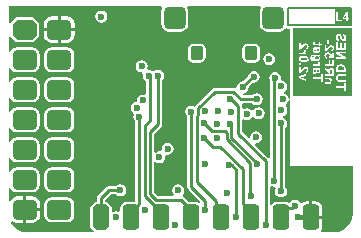
<source format=gbr>
%TF.GenerationSoftware,Altium Limited,Altium Designer,20.2.6 (244)*%
G04 Layer_Physical_Order=4*
G04 Layer_Color=16711680*
%FSLAX45Y45*%
%MOMM*%
%TF.SameCoordinates,9E4D4D7D-1FFC-428C-BB03-7E89B6F1CBBC*%
%TF.FilePolarity,Positive*%
%TF.FileFunction,Copper,L4,Bot,Signal*%
%TF.Part,Single*%
G01*
G75*
%TA.AperFunction,SMDPad,CuDef*%
G04:AMPARAMS|DCode=13|XSize=1.4mm|YSize=2.2mm|CornerRadius=0.35mm|HoleSize=0mm|Usage=FLASHONLY|Rotation=0.000|XOffset=0mm|YOffset=0mm|HoleType=Round|Shape=RoundedRectangle|*
%AMROUNDEDRECTD13*
21,1,1.40000,1.50000,0,0,0.0*
21,1,0.70000,2.20000,0,0,0.0*
1,1,0.70000,0.35000,-0.75000*
1,1,0.70000,-0.35000,-0.75000*
1,1,0.70000,-0.35000,0.75000*
1,1,0.70000,0.35000,0.75000*
%
%ADD13ROUNDEDRECTD13*%
%TA.AperFunction,NonConductor*%
%ADD22C,0.15000*%
%TA.AperFunction,Conductor*%
%ADD23C,0.25000*%
%ADD24C,0.40000*%
%TA.AperFunction,ComponentPad*%
G04:AMPARAMS|DCode=25|XSize=1.7mm|YSize=2.1mm|CornerRadius=0.425mm|HoleSize=0mm|Usage=FLASHONLY|Rotation=270.000|XOffset=0mm|YOffset=0mm|HoleType=Round|Shape=RoundedRectangle|*
%AMROUNDEDRECTD25*
21,1,1.70000,1.25001,0,0,270.0*
21,1,0.85000,2.10000,0,0,270.0*
1,1,0.85000,-0.62500,-0.42500*
1,1,0.85000,-0.62500,0.42500*
1,1,0.85000,0.62500,0.42500*
1,1,0.85000,0.62500,-0.42500*
%
%ADD25ROUNDEDRECTD25*%
G04:AMPARAMS|DCode=26|XSize=1.7mm|YSize=2.1mm|CornerRadius=0mm|HoleSize=0mm|Usage=FLASHONLY|Rotation=270.000|XOffset=0mm|YOffset=0mm|HoleType=Round|Shape=Octagon|*
%AMOCTAGOND26*
4,1,8,1.05000,0.42500,1.05000,-0.42500,0.62500,-0.85000,-0.62500,-0.85000,-1.05000,-0.42500,-1.05000,0.42500,-0.62500,0.85000,0.62500,0.85000,1.05000,0.42500,0.0*
%
%ADD26OCTAGOND26*%

G04:AMPARAMS|DCode=27|XSize=1.1mm|YSize=1.2mm|CornerRadius=0.275mm|HoleSize=0mm|Usage=FLASHONLY|Rotation=180.000|XOffset=0mm|YOffset=0mm|HoleType=Round|Shape=RoundedRectangle|*
%AMROUNDEDRECTD27*
21,1,1.10000,0.65000,0,0,180.0*
21,1,0.55000,1.20000,0,0,180.0*
1,1,0.55000,-0.27500,0.32500*
1,1,0.55000,0.27500,0.32500*
1,1,0.55000,0.27500,-0.32500*
1,1,0.55000,-0.27500,-0.32500*
%
%ADD27ROUNDEDRECTD27*%
G04:AMPARAMS|DCode=28|XSize=1.9mm|YSize=1.9mm|CornerRadius=0.475mm|HoleSize=0mm|Usage=FLASHONLY|Rotation=180.000|XOffset=0mm|YOffset=0mm|HoleType=Round|Shape=RoundedRectangle|*
%AMROUNDEDRECTD28*
21,1,1.90000,0.95000,0,0,180.0*
21,1,0.95000,1.90000,0,0,180.0*
1,1,0.95000,-0.47500,0.47500*
1,1,0.95000,0.47500,0.47500*
1,1,0.95000,0.47500,-0.47500*
1,1,0.95000,-0.47500,-0.47500*
%
%ADD28ROUNDEDRECTD28*%
%TA.AperFunction,ViaPad*%
%ADD29C,0.60000*%
%TA.AperFunction,SMDPad,CuDef*%
G04:AMPARAMS|DCode=31|XSize=1.4mm|YSize=2.2mm|CornerRadius=0mm|HoleSize=0mm|Usage=FLASHONLY|Rotation=0.000|XOffset=0mm|YOffset=0mm|HoleType=Round|Shape=Octagon|*
%AMOCTAGOND31*
4,1,8,-0.35000,1.10000,0.35000,1.10000,0.70000,0.75000,0.70000,-0.75000,0.35000,-1.10000,-0.35000,-1.10000,-0.70000,-0.75000,-0.70000,0.75000,-0.35000,1.10000,0.0*
%
%ADD31OCTAGOND31*%

G36*
X2179924Y1942827D02*
X2173917Y1933837D01*
X2168678Y1907500D01*
Y1812500D01*
X2173917Y1786163D01*
X2188836Y1763836D01*
X2211163Y1748917D01*
X2237500Y1743678D01*
X2332500D01*
X2358837Y1748917D01*
X2381164Y1763836D01*
X2389566Y1776409D01*
X2396770Y1771596D01*
X2407500Y1769462D01*
X2430000D01*
Y1177469D01*
X2415000Y1175992D01*
X2412099Y1190574D01*
X2401048Y1207113D01*
X2384509Y1218164D01*
X2375482Y1219959D01*
X2373592Y1235629D01*
X2386048Y1243952D01*
X2397099Y1260491D01*
X2400980Y1280000D01*
X2397099Y1299509D01*
X2386048Y1316048D01*
X2369509Y1327099D01*
X2350000Y1330980D01*
X2350006Y1345108D01*
X2350980Y1350000D01*
X2347099Y1369509D01*
X2336048Y1386048D01*
X2319509Y1397099D01*
X2300000Y1400980D01*
X2280491Y1397099D01*
X2263952Y1386048D01*
X2252901Y1369509D01*
X2249020Y1350000D01*
X2252901Y1330491D01*
X2256863Y1324561D01*
Y680328D01*
X2248352Y675958D01*
X2241863Y674999D01*
X2131431Y785431D01*
X2138820Y799255D01*
X2140000Y799021D01*
X2159509Y802901D01*
X2176048Y813952D01*
X2187099Y830491D01*
X2190980Y850000D01*
X2187099Y869509D01*
X2176048Y886048D01*
X2159509Y897099D01*
X2140000Y900980D01*
X2120491Y897099D01*
X2103952Y886048D01*
X2092901Y869509D01*
X2089020Y850000D01*
X2089255Y848821D01*
X2075431Y841431D01*
X2023137Y893726D01*
Y991456D01*
X2038137Y999474D01*
X2040491Y997901D01*
X2060000Y994020D01*
X2079509Y997901D01*
X2096048Y1008952D01*
X2102647Y1018829D01*
X2120083Y1019733D01*
X2123948Y1013950D01*
X2140487Y1002899D01*
X2159996Y999018D01*
X2179505Y1002899D01*
X2196044Y1013950D01*
X2207095Y1030489D01*
X2210975Y1049998D01*
X2207095Y1069507D01*
X2196044Y1086046D01*
X2179505Y1097097D01*
X2159996Y1100977D01*
X2140487Y1097097D01*
X2123948Y1086046D01*
X2117348Y1076169D01*
X2099912Y1075265D01*
X2096048Y1081048D01*
X2079509Y1092099D01*
X2060000Y1095980D01*
X2040491Y1092099D01*
X2038137Y1090526D01*
X2023137Y1098544D01*
Y1110000D01*
X2020614Y1122681D01*
X2028705Y1137571D01*
X2106649D01*
X2108594Y1134660D01*
X2125133Y1123609D01*
X2144642Y1119728D01*
X2164151Y1123609D01*
X2180690Y1134660D01*
X2191741Y1151199D01*
X2195622Y1170708D01*
X2191741Y1190217D01*
X2180690Y1206756D01*
X2164151Y1217807D01*
X2144642Y1221687D01*
X2125133Y1217807D01*
X2108594Y1206756D01*
X2106649Y1203844D01*
X2034122D01*
X2032008Y1207335D01*
X2039392Y1224098D01*
X2045944Y1225401D01*
X2062483Y1236452D01*
X2073534Y1252991D01*
X2077414Y1272500D01*
X2076078Y1279216D01*
X2108222Y1311360D01*
X2119996Y1309018D01*
X2139505Y1312898D01*
X2156044Y1323949D01*
X2167095Y1340488D01*
X2170975Y1359997D01*
X2167095Y1379506D01*
X2156044Y1396045D01*
X2139505Y1407096D01*
X2119996Y1410977D01*
X2100487Y1407096D01*
X2083948Y1396045D01*
X2072897Y1379506D01*
X2070476Y1367339D01*
X2026588Y1323449D01*
X2026435Y1323480D01*
X2006926Y1319599D01*
X1990387Y1308548D01*
X1979336Y1292009D01*
X1975455Y1272500D01*
X1975811Y1270710D01*
X1962312Y1261690D01*
X1960181Y1263114D01*
X1947500Y1265637D01*
X1788683D01*
X1776002Y1263114D01*
X1765252Y1255931D01*
X1625185Y1115864D01*
X1618976Y1106571D01*
X1610626Y1112151D01*
X1591117Y1116031D01*
X1571608Y1112151D01*
X1555069Y1101100D01*
X1544018Y1084561D01*
X1540137Y1065052D01*
X1544018Y1045543D01*
X1555069Y1029004D01*
X1557980Y1027058D01*
Y428883D01*
X1560503Y416202D01*
X1567686Y405452D01*
X1669535Y303603D01*
X1668613Y298711D01*
X1652037Y291746D01*
X1644460Y296809D01*
X1623000Y301077D01*
X1567893D01*
X1567821Y301186D01*
X1525576Y343431D01*
X1518956Y347855D01*
X1516476Y361587D01*
X1517058Y365464D01*
X1527099Y380491D01*
X1530980Y400000D01*
X1527099Y419509D01*
X1516048Y436048D01*
X1499509Y447099D01*
X1480000Y450980D01*
X1460491Y447099D01*
X1443952Y436048D01*
X1432901Y419509D01*
X1429021Y400000D01*
X1432901Y380491D01*
X1441156Y368137D01*
X1435194Y353137D01*
X1303726D01*
X1273136Y383726D01*
Y635194D01*
X1288136Y641156D01*
X1300491Y632901D01*
X1320000Y629020D01*
X1339509Y632901D01*
X1356048Y643952D01*
X1367099Y660491D01*
X1370979Y680000D01*
X1369424Y687819D01*
X1382181Y700576D01*
X1390000Y699020D01*
X1409509Y702901D01*
X1426048Y713952D01*
X1437099Y730491D01*
X1440980Y750000D01*
X1437099Y769509D01*
X1426048Y786048D01*
X1409509Y797099D01*
X1390000Y800980D01*
X1370491Y797099D01*
X1353952Y786048D01*
X1342901Y769509D01*
X1339020Y750000D01*
X1340576Y742181D01*
X1327819Y729424D01*
X1320000Y730979D01*
X1300491Y727099D01*
X1288136Y718844D01*
X1273136Y724806D01*
Y876274D01*
X1333431Y936569D01*
X1340614Y947319D01*
X1343137Y960000D01*
Y1332007D01*
X1346048Y1333952D01*
X1357099Y1350491D01*
X1360979Y1370000D01*
X1357099Y1389509D01*
X1346048Y1406048D01*
X1329509Y1417099D01*
X1310000Y1420980D01*
X1290491Y1417099D01*
X1273952Y1406048D01*
X1259038Y1410727D01*
X1249507Y1417096D01*
X1229998Y1420977D01*
X1228596Y1420698D01*
X1224253Y1424397D01*
X1217765Y1433838D01*
X1220980Y1450000D01*
X1217099Y1469509D01*
X1206048Y1486048D01*
X1189509Y1497099D01*
X1170000Y1500979D01*
X1150491Y1497099D01*
X1133952Y1486048D01*
X1122901Y1469509D01*
X1119020Y1450000D01*
X1122901Y1430491D01*
X1133952Y1413952D01*
X1150491Y1402901D01*
X1170000Y1399020D01*
X1171402Y1399299D01*
X1175744Y1395600D01*
X1182233Y1386160D01*
X1179018Y1369997D01*
X1182899Y1350488D01*
X1193950Y1333949D01*
X1204363Y1326991D01*
Y1220523D01*
X1189363Y1209117D01*
X1180000Y1210980D01*
X1160491Y1207099D01*
X1143952Y1196048D01*
X1132901Y1179509D01*
X1129020Y1160000D01*
X1130679Y1151659D01*
X1129997Y1150977D01*
X1110489Y1147097D01*
X1093950Y1136046D01*
X1082899Y1119507D01*
X1079018Y1099998D01*
X1082899Y1080489D01*
X1093950Y1063950D01*
X1099216Y1060431D01*
X1103355Y1040188D01*
X1102901Y1039509D01*
X1099020Y1020000D01*
X1102901Y1000491D01*
X1113952Y983952D01*
X1116863Y982007D01*
Y302607D01*
X1115000Y301077D01*
X1045000D01*
X1023540Y296809D01*
X1005347Y284653D01*
X993192Y266460D01*
X988923Y245000D01*
Y222166D01*
X973923Y214148D01*
X969507Y217099D01*
X949998Y220979D01*
X931000Y217200D01*
X928321Y216859D01*
X916000Y224984D01*
Y255000D01*
X871000Y300000D01*
X859137D01*
Y318952D01*
X907048Y366863D01*
X952007D01*
X953952Y363952D01*
X970491Y352901D01*
X990000Y349020D01*
X1009509Y352901D01*
X1026048Y363952D01*
X1037099Y380491D01*
X1040980Y400000D01*
X1037099Y419509D01*
X1026048Y436048D01*
X1009509Y447099D01*
X990000Y450980D01*
X970491Y447099D01*
X953952Y436048D01*
X952007Y433137D01*
X893323D01*
X880642Y430614D01*
X869892Y423431D01*
X802569Y356108D01*
X795386Y345358D01*
X792864Y332677D01*
Y300000D01*
X781000D01*
X736000Y255000D01*
Y85000D01*
X763198Y57802D01*
X757458Y43944D01*
X200000D01*
X199453Y43836D01*
X159563Y49087D01*
X121882Y64695D01*
X89524Y89524D01*
X64695Y121882D01*
X60572Y131835D01*
X72689Y141779D01*
X91007Y129540D01*
X117500Y124270D01*
X167300D01*
Y236000D01*
Y347730D01*
X117500D01*
X91007Y342460D01*
X68547Y327453D01*
X58944Y313082D01*
X43944Y317632D01*
Y420143D01*
X57655Y422917D01*
X58944Y422638D01*
X72440Y402440D01*
X93114Y388626D01*
X117500Y383776D01*
X242500D01*
X266887Y388626D01*
X287560Y402440D01*
X301374Y423114D01*
X306225Y447500D01*
Y532500D01*
X301374Y556886D01*
X287560Y577560D01*
X266887Y591374D01*
X242500Y596224D01*
X117500D01*
X93114Y591374D01*
X72440Y577560D01*
X58944Y557362D01*
X57655Y557083D01*
X43944Y559857D01*
Y674143D01*
X57655Y676917D01*
X58944Y676638D01*
X72440Y656440D01*
X93114Y642626D01*
X117500Y637776D01*
X242500D01*
X266887Y642626D01*
X287560Y656440D01*
X301374Y677114D01*
X306225Y701500D01*
Y786500D01*
X301374Y810886D01*
X287560Y831560D01*
X266887Y845374D01*
X242500Y850224D01*
X117500D01*
X93114Y845374D01*
X72440Y831560D01*
X58944Y811362D01*
X57655Y811083D01*
X43944Y813857D01*
Y928143D01*
X57655Y930917D01*
X58944Y930638D01*
X72440Y910440D01*
X93114Y896626D01*
X117500Y891776D01*
X242500D01*
X266887Y896626D01*
X287560Y910440D01*
X301374Y931114D01*
X306225Y955500D01*
Y1040500D01*
X301374Y1064886D01*
X287560Y1085560D01*
X266887Y1099374D01*
X242500Y1104224D01*
X117500D01*
X93114Y1099374D01*
X72440Y1085560D01*
X58944Y1065362D01*
X57655Y1065083D01*
X43944Y1067857D01*
Y1182143D01*
X57655Y1184917D01*
X58944Y1184638D01*
X72440Y1164440D01*
X93114Y1150626D01*
X117500Y1145776D01*
X242500D01*
X266887Y1150626D01*
X287560Y1164440D01*
X301374Y1185114D01*
X306225Y1209500D01*
Y1294500D01*
X301374Y1318886D01*
X287560Y1339560D01*
X266887Y1353374D01*
X242500Y1358224D01*
X117500D01*
X93114Y1353374D01*
X72440Y1339560D01*
X58944Y1319362D01*
X57655Y1319083D01*
X43944Y1321857D01*
Y1436143D01*
X57655Y1438917D01*
X58944Y1438638D01*
X72440Y1418440D01*
X93114Y1404626D01*
X117500Y1399776D01*
X242500D01*
X266887Y1404626D01*
X287560Y1418440D01*
X301374Y1439114D01*
X306225Y1463500D01*
Y1548500D01*
X301374Y1572886D01*
X287560Y1593560D01*
X266887Y1607374D01*
X242500Y1612224D01*
X117500D01*
X93114Y1607374D01*
X72440Y1593560D01*
X58944Y1573362D01*
X57655Y1573083D01*
X43944Y1575857D01*
Y1697978D01*
X58944Y1703556D01*
X107500Y1655000D01*
X252500D01*
X305000Y1707500D01*
Y1812500D01*
X252500Y1865000D01*
X107500D01*
X58944Y1816444D01*
X43944Y1822022D01*
Y1956056D01*
X1337853D01*
X1344924Y1942827D01*
X1338917Y1933837D01*
X1333678Y1907500D01*
Y1812500D01*
X1338917Y1786163D01*
X1353835Y1763836D01*
X1376163Y1748917D01*
X1402500Y1743678D01*
X1497500D01*
X1523837Y1748917D01*
X1546164Y1763836D01*
X1561083Y1786163D01*
X1566322Y1812500D01*
Y1907500D01*
X1561083Y1933837D01*
X1555076Y1942827D01*
X1562147Y1956056D01*
X2172853D01*
X2179924Y1942827D01*
D02*
G37*
G36*
X2430000Y1164661D02*
Y608944D01*
X2433944Y605000D01*
X2956056D01*
Y200000D01*
X2956165Y199453D01*
X2950913Y159563D01*
X2935305Y121882D01*
X2910476Y89524D01*
X2878118Y64695D01*
X2840437Y49087D01*
X2800547Y43836D01*
X2800000Y43944D01*
X2695569D01*
X2687551Y58944D01*
X2695896Y71433D01*
X2700583Y95000D01*
Y157300D01*
X2604000D01*
Y170000D01*
X2591300D01*
Y306583D01*
X2569000D01*
X2545433Y301896D01*
X2531645Y292683D01*
X2522050Y290589D01*
X2512578Y296275D01*
X2506048Y306048D01*
X2489509Y317099D01*
X2470000Y320980D01*
X2450491Y317099D01*
X2433952Y306048D01*
X2422901Y289509D01*
X2409676Y294660D01*
X2406460Y296809D01*
X2385000Y301077D01*
X2315000D01*
X2293540Y296809D01*
X2275347Y284653D01*
X2268136Y273861D01*
X2253136Y278411D01*
Y426457D01*
X2268136Y434474D01*
X2270491Y432901D01*
X2290000Y429020D01*
X2299109Y430832D01*
X2308129Y417333D01*
X2302901Y409509D01*
X2299021Y390000D01*
X2302901Y370491D01*
X2313952Y353952D01*
X2330491Y342901D01*
X2350000Y339020D01*
X2369509Y342901D01*
X2386048Y353952D01*
X2397099Y370491D01*
X2400980Y390000D01*
X2397099Y409509D01*
X2386048Y426048D01*
X2384992Y426754D01*
Y928614D01*
X2387904Y930559D01*
X2398955Y947098D01*
X2402835Y966607D01*
X2398955Y986116D01*
X2387904Y1002655D01*
X2371365Y1013706D01*
X2369174Y1014142D01*
Y1029436D01*
X2373495Y1030295D01*
X2390034Y1041346D01*
X2401085Y1057885D01*
X2404965Y1077394D01*
X2401085Y1096903D01*
X2391166Y1111747D01*
X2390085Y1113731D01*
X2392896Y1129570D01*
X2401048Y1135017D01*
X2412099Y1151556D01*
X2415000Y1166138D01*
X2430000Y1164661D01*
D02*
G37*
G36*
X2935500Y1804500D02*
X2804500D01*
Y1935500D01*
X2935500D01*
Y1804500D01*
D02*
G37*
G36*
X2950000Y1775000D02*
Y1195000D01*
X2599104D01*
D01*
X2450000D01*
Y1775000D01*
X2599104D01*
X2718329D01*
X2815760D01*
X2950000D01*
D02*
G37*
%LPC*%
G36*
X830000Y1920980D02*
X810491Y1917099D01*
X793952Y1906048D01*
X782901Y1889509D01*
X779021Y1870000D01*
X782901Y1850491D01*
X793952Y1833952D01*
X810491Y1822901D01*
X830000Y1819020D01*
X849509Y1822901D01*
X866048Y1833952D01*
X877099Y1850491D01*
X880980Y1870000D01*
X877099Y1889509D01*
X866048Y1906048D01*
X849509Y1917099D01*
X830000Y1920980D01*
D02*
G37*
G36*
X536500Y1871730D02*
X486700D01*
Y1772700D01*
X605730D01*
Y1802500D01*
X600461Y1828993D01*
X585453Y1851453D01*
X562994Y1866460D01*
X536500Y1871730D01*
D02*
G37*
G36*
X461300D02*
X411500D01*
X385007Y1866460D01*
X362547Y1851453D01*
X347540Y1828993D01*
X342270Y1802500D01*
Y1772700D01*
X461300D01*
Y1871730D01*
D02*
G37*
G36*
X605730Y1747300D02*
X486700D01*
Y1648270D01*
X536500D01*
X562994Y1653540D01*
X585453Y1668547D01*
X600461Y1691007D01*
X605730Y1717500D01*
Y1747300D01*
D02*
G37*
G36*
X461300D02*
X342270D01*
Y1717500D01*
X347540Y1691007D01*
X362547Y1668547D01*
X385007Y1653540D01*
X411500Y1648270D01*
X461300D01*
Y1747300D01*
D02*
G37*
G36*
X2125000Y1640931D02*
X2070000D01*
X2051467Y1637244D01*
X2035755Y1626746D01*
X2025256Y1611034D01*
X2021569Y1592500D01*
Y1527500D01*
X2025256Y1508967D01*
X2035755Y1493255D01*
X2051467Y1482756D01*
X2070000Y1479070D01*
X2125000D01*
X2143533Y1482756D01*
X2159245Y1493255D01*
X2169744Y1508967D01*
X2173431Y1527500D01*
Y1592500D01*
X2169744Y1611034D01*
X2159245Y1626746D01*
X2143533Y1637244D01*
X2125000Y1640931D01*
D02*
G37*
G36*
X1665000D02*
X1610000D01*
X1591466Y1637244D01*
X1575755Y1626746D01*
X1565256Y1611034D01*
X1561569Y1592500D01*
Y1527500D01*
X1565256Y1508967D01*
X1575755Y1493255D01*
X1591466Y1482756D01*
X1610000Y1479070D01*
X1665000D01*
X1683533Y1482756D01*
X1699245Y1493255D01*
X1709744Y1508967D01*
X1713430Y1527500D01*
Y1592500D01*
X1709744Y1611034D01*
X1699245Y1626746D01*
X1683533Y1637244D01*
X1665000Y1640931D01*
D02*
G37*
G36*
X2250000Y1560980D02*
X2230491Y1557099D01*
X2213952Y1546048D01*
X2202901Y1529509D01*
X2199020Y1510000D01*
X2202901Y1490491D01*
X2213952Y1473952D01*
X2230491Y1462901D01*
X2250000Y1459020D01*
X2269509Y1462901D01*
X2286048Y1473952D01*
X2297099Y1490491D01*
X2300980Y1510000D01*
X2297099Y1529509D01*
X2286048Y1546048D01*
X2269509Y1557099D01*
X2250000Y1560980D01*
D02*
G37*
G36*
X536500Y1612224D02*
X411500D01*
X387114Y1607374D01*
X366440Y1593560D01*
X352626Y1572886D01*
X347776Y1548500D01*
Y1463500D01*
X352626Y1439114D01*
X366440Y1418440D01*
X387114Y1404626D01*
X411500Y1399776D01*
X536500D01*
X560887Y1404626D01*
X581560Y1418440D01*
X595374Y1439114D01*
X600225Y1463500D01*
Y1548500D01*
X595374Y1572886D01*
X581560Y1593560D01*
X560887Y1607374D01*
X536500Y1612224D01*
D02*
G37*
G36*
Y1358224D02*
X411500D01*
X387114Y1353374D01*
X366440Y1339560D01*
X352626Y1318886D01*
X347776Y1294500D01*
Y1209500D01*
X352626Y1185114D01*
X366440Y1164440D01*
X387114Y1150626D01*
X411500Y1145776D01*
X536500D01*
X560887Y1150626D01*
X581560Y1164440D01*
X595374Y1185114D01*
X600225Y1209500D01*
Y1294500D01*
X595374Y1318886D01*
X581560Y1339560D01*
X560887Y1353374D01*
X536500Y1358224D01*
D02*
G37*
G36*
Y1104224D02*
X411500D01*
X387114Y1099374D01*
X366440Y1085560D01*
X352626Y1064886D01*
X347776Y1040500D01*
Y955500D01*
X352626Y931114D01*
X366440Y910440D01*
X387114Y896626D01*
X411500Y891776D01*
X536500D01*
X560887Y896626D01*
X581560Y910440D01*
X595374Y931114D01*
X600225Y955500D01*
Y1040500D01*
X595374Y1064886D01*
X581560Y1085560D01*
X560887Y1099374D01*
X536500Y1104224D01*
D02*
G37*
G36*
Y850224D02*
X411500D01*
X387114Y845374D01*
X366440Y831560D01*
X352626Y810886D01*
X347776Y786500D01*
Y701500D01*
X352626Y677114D01*
X366440Y656440D01*
X387114Y642626D01*
X411500Y637776D01*
X536500D01*
X560887Y642626D01*
X581560Y656440D01*
X595374Y677114D01*
X600225Y701500D01*
Y786500D01*
X595374Y810886D01*
X581560Y831560D01*
X560887Y845374D01*
X536500Y850224D01*
D02*
G37*
G36*
Y596224D02*
X411500D01*
X387114Y591374D01*
X366440Y577560D01*
X352626Y556886D01*
X347776Y532500D01*
Y447500D01*
X352626Y423114D01*
X366440Y402440D01*
X387114Y388626D01*
X411500Y383776D01*
X536500D01*
X560887Y388626D01*
X581560Y402440D01*
X595374Y423114D01*
X600225Y447500D01*
Y532500D01*
X595374Y556886D01*
X581560Y577560D01*
X560887Y591374D01*
X536500Y596224D01*
D02*
G37*
G36*
X242500Y347730D02*
X192700D01*
Y248700D01*
X311730D01*
Y278500D01*
X306461Y304993D01*
X291453Y327453D01*
X268994Y342460D01*
X242500Y347730D01*
D02*
G37*
G36*
X536500Y342224D02*
X411500D01*
X387114Y337374D01*
X366440Y323560D01*
X352626Y302886D01*
X347776Y278500D01*
Y193500D01*
X352626Y169114D01*
X366440Y148440D01*
X387114Y134626D01*
X411500Y129776D01*
X536500D01*
X560887Y134626D01*
X581560Y148440D01*
X595374Y169114D01*
X600225Y193500D01*
Y278500D01*
X595374Y302886D01*
X581560Y323560D01*
X560887Y337374D01*
X536500Y342224D01*
D02*
G37*
G36*
X311730Y223300D02*
X192700D01*
Y124270D01*
X242500D01*
X268994Y129540D01*
X291453Y144547D01*
X306461Y167007D01*
X311730Y193500D01*
Y223300D01*
D02*
G37*
G36*
X2639000Y306583D02*
X2616700D01*
Y182700D01*
X2700583D01*
Y245000D01*
X2695896Y268567D01*
X2682546Y288546D01*
X2662567Y301896D01*
X2639000Y306583D01*
D02*
G37*
G36*
X2924785Y1906868D02*
X2915654D01*
D01*
X2924785D01*
D02*
G37*
G36*
X2915654D02*
X2903816D01*
X2871964Y1860153D01*
Y1847890D01*
X2902011D01*
Y1833132D01*
X2915654D01*
Y1847890D01*
X2924785D01*
Y1860206D01*
X2915654D01*
Y1906868D01*
D02*
G37*
G36*
X2871964Y1847890D02*
D01*
Y1833132D01*
Y1847890D01*
D02*
G37*
G36*
X2866921Y1905966D02*
X2815215D01*
Y1833132D01*
X2866921D01*
Y1845554D01*
X2830026D01*
Y1905966D01*
X2866921D01*
D01*
D02*
G37*
%LPD*%
G36*
X2902011Y1860206D02*
X2885130D01*
X2902011Y1885262D01*
Y1860206D01*
D02*
G37*
%LPC*%
G36*
X2898326Y1725636D02*
D01*
Y1693751D01*
X2898269Y1694154D01*
Y1694616D01*
X2898211Y1695192D01*
X2898153Y1696461D01*
X2897980Y1697902D01*
X2897750Y1699459D01*
X2897519Y1701189D01*
X2897173Y1702976D01*
X2896712Y1704821D01*
X2896193Y1706724D01*
X2895559Y1708627D01*
X2894751Y1710414D01*
X2893887Y1712201D01*
X2892849Y1713816D01*
X2891696Y1715315D01*
X2891638Y1715430D01*
X2891407Y1715661D01*
X2891004Y1716007D01*
X2890485Y1716526D01*
X2889850Y1717102D01*
X2889043Y1717736D01*
X2888121Y1718428D01*
X2887025Y1719178D01*
X2885872Y1719927D01*
X2884546Y1720619D01*
X2883104Y1721311D01*
X2881548Y1721888D01*
X2879876Y1722464D01*
X2878088Y1722868D01*
X2876186Y1723156D01*
X2874167Y1723329D01*
X2873476Y1707243D01*
X2873533D01*
X2873764Y1707185D01*
X2874052Y1707127D01*
X2874456Y1707012D01*
X2874975Y1706897D01*
X2875551Y1706724D01*
X2876186Y1706551D01*
X2876877Y1706320D01*
X2878319Y1705686D01*
X2879760Y1704936D01*
X2881144Y1703956D01*
X2881778Y1703437D01*
X2882297Y1702803D01*
X2882355Y1702745D01*
X2882413Y1702630D01*
X2882528Y1702457D01*
X2882701Y1702169D01*
X2882931Y1701823D01*
X2883162Y1701362D01*
X2883393Y1700843D01*
X2883681Y1700266D01*
X2883912Y1699574D01*
X2884142Y1698825D01*
X2884373Y1697960D01*
X2884604Y1697037D01*
X2884777Y1696057D01*
X2884892Y1695019D01*
X2885007Y1693808D01*
Y1691906D01*
X2884950Y1691444D01*
X2884892Y1690868D01*
X2884834Y1690176D01*
X2884777Y1689426D01*
X2884661Y1688562D01*
X2884315Y1686832D01*
X2883796Y1684987D01*
X2883450Y1684064D01*
X2883047Y1683199D01*
X2882586Y1682392D01*
X2882067Y1681585D01*
X2882009Y1681470D01*
X2881721Y1681181D01*
X2881317Y1680778D01*
X2880740Y1680316D01*
X2880049Y1679855D01*
X2879241Y1679452D01*
X2878261Y1679163D01*
X2877742Y1679106D01*
X2877166Y1679048D01*
X2877108D01*
X2877050D01*
X2876704Y1679106D01*
X2876186Y1679163D01*
X2875494Y1679336D01*
X2874744Y1679625D01*
X2873937Y1680028D01*
X2873130Y1680605D01*
X2872322Y1681412D01*
Y1681470D01*
X2872207Y1681585D01*
X2872092Y1681758D01*
X2871861Y1682104D01*
X2871631Y1682507D01*
X2871342Y1683026D01*
X2871054Y1683661D01*
X2870708Y1684410D01*
X2870304Y1685333D01*
X2869901Y1686371D01*
X2869440Y1687581D01*
X2868978Y1688965D01*
X2868459Y1690522D01*
X2867998Y1692194D01*
X2867479Y1694154D01*
X2866960Y1696230D01*
Y1696288D01*
X2866903Y1696345D01*
Y1696518D01*
X2866845Y1696749D01*
X2866672Y1697326D01*
X2866499Y1698133D01*
X2866211Y1699113D01*
X2865922Y1700266D01*
X2865576Y1701477D01*
X2865230Y1702803D01*
X2864769Y1704187D01*
X2864366Y1705628D01*
X2863385Y1708511D01*
X2862867Y1709895D01*
X2862290Y1711221D01*
X2861771Y1712490D01*
X2861194Y1713585D01*
X2861137Y1713643D01*
X2861079Y1713816D01*
X2860906Y1714104D01*
X2860676Y1714508D01*
X2860330Y1714969D01*
X2859984Y1715545D01*
X2859580Y1716122D01*
X2859061Y1716814D01*
X2858542Y1717506D01*
X2857908Y1718198D01*
X2857274Y1718947D01*
X2856524Y1719697D01*
X2854910Y1721138D01*
X2853987Y1721773D01*
X2853065Y1722407D01*
X2853007Y1722464D01*
X2852834Y1722522D01*
X2852546Y1722695D01*
X2852142Y1722926D01*
X2851623Y1723156D01*
X2851047Y1723445D01*
X2850355Y1723733D01*
X2849548Y1724021D01*
X2848683Y1724309D01*
X2847702Y1724598D01*
X2846665Y1724886D01*
X2845569Y1725117D01*
X2844358Y1725347D01*
X2843090Y1725520D01*
X2841764Y1725578D01*
X2840380Y1725636D01*
X2898326D01*
X2840380D01*
D01*
X2839688D01*
X2839227Y1725578D01*
X2838592Y1725520D01*
X2837901Y1725405D01*
X2837093Y1725290D01*
X2836229Y1725174D01*
X2835248Y1724944D01*
X2834210Y1724713D01*
X2833173Y1724367D01*
X2832077Y1724021D01*
X2830924Y1723560D01*
X2829771Y1723041D01*
X2828675Y1722464D01*
X2827522Y1721773D01*
X2827464Y1721715D01*
X2827292Y1721600D01*
X2826946Y1721369D01*
X2826542Y1721081D01*
X2826081Y1720677D01*
X2825504Y1720216D01*
X2824870Y1719639D01*
X2824178Y1719005D01*
X2823486Y1718255D01*
X2822737Y1717448D01*
X2821987Y1716583D01*
X2821295Y1715603D01*
X2820546Y1714565D01*
X2819854Y1713470D01*
X2819219Y1712259D01*
X2818643Y1710990D01*
X2818585Y1710933D01*
X2818528Y1710702D01*
X2818355Y1710299D01*
X2818182Y1709722D01*
X2817951Y1709088D01*
X2817720Y1708281D01*
X2817490Y1707300D01*
X2817201Y1706263D01*
X2816913Y1705052D01*
X2816682Y1703726D01*
X2816452Y1702284D01*
X2816221Y1700785D01*
X2816048Y1699171D01*
X2815875Y1697441D01*
X2815818Y1695596D01*
X2815760Y1693693D01*
Y1692655D01*
X2815818Y1692252D01*
Y1691733D01*
X2815875Y1691214D01*
X2815991Y1689945D01*
X2816106Y1688446D01*
X2816337Y1686832D01*
X2816625Y1685102D01*
X2817028Y1683257D01*
X2817490Y1681354D01*
X2818009Y1679394D01*
X2818700Y1677491D01*
X2819508Y1675588D01*
X2820430Y1673743D01*
X2821526Y1672014D01*
X2822737Y1670399D01*
X2822794Y1670284D01*
X2823082Y1670053D01*
X2823486Y1669650D01*
X2824063Y1669131D01*
X2824755Y1668497D01*
X2825677Y1667747D01*
X2826715Y1666997D01*
X2827926Y1666190D01*
X2829252Y1665325D01*
X2830809Y1664518D01*
X2832481Y1663711D01*
X2834268Y1662961D01*
X2836286Y1662212D01*
X2838420Y1661635D01*
X2840726Y1661116D01*
X2843147Y1660770D01*
D01*
X2844647Y1676453D01*
X2844531D01*
X2844301Y1676511D01*
X2843897Y1676626D01*
X2843378Y1676742D01*
X2842686Y1676915D01*
X2841937Y1677145D01*
X2841129Y1677376D01*
X2840265Y1677664D01*
X2838362Y1678471D01*
X2837382Y1678933D01*
X2836401Y1679452D01*
X2835479Y1680028D01*
X2834614Y1680662D01*
X2833807Y1681412D01*
X2833057Y1682161D01*
X2833000Y1682219D01*
X2832884Y1682392D01*
X2832711Y1682623D01*
X2832481Y1682969D01*
X2832192Y1683372D01*
X2831904Y1683949D01*
X2831558Y1684525D01*
X2831212Y1685275D01*
X2830866Y1686025D01*
X2830520Y1686947D01*
X2830232Y1687870D01*
X2829944Y1688907D01*
X2829713Y1690061D01*
X2829540Y1691271D01*
X2829425Y1692540D01*
X2829367Y1693866D01*
Y1694616D01*
X2829425Y1695135D01*
X2829483Y1695769D01*
X2829540Y1696518D01*
X2829656Y1697383D01*
X2829771Y1698248D01*
X2830174Y1700151D01*
X2830463Y1701131D01*
X2830751Y1702111D01*
X2831155Y1703034D01*
X2831558Y1703956D01*
X2832077Y1704821D01*
X2832654Y1705571D01*
X2832711Y1705628D01*
X2832827Y1705744D01*
X2833000Y1705917D01*
X2833230Y1706205D01*
X2833576Y1706493D01*
X2833922Y1706839D01*
X2834383Y1707185D01*
X2834845Y1707589D01*
X2835998Y1708281D01*
X2837266Y1708915D01*
X2838016Y1709203D01*
X2838708Y1709376D01*
X2839515Y1709491D01*
X2840322Y1709549D01*
X2840380D01*
X2840438D01*
X2840783D01*
X2841302Y1709491D01*
X2841994Y1709318D01*
X2842744Y1709145D01*
X2843551Y1708857D01*
X2844358Y1708454D01*
X2845108Y1707877D01*
X2845223Y1707819D01*
X2845454Y1707531D01*
X2845800Y1707127D01*
X2846319Y1706551D01*
X2846838Y1705744D01*
X2847472Y1704706D01*
X2848048Y1703495D01*
X2848337Y1702803D01*
X2848625Y1702053D01*
Y1701996D01*
X2848683Y1701938D01*
X2848740Y1701708D01*
X2848798Y1701477D01*
X2848913Y1701073D01*
X2849086Y1700612D01*
X2849259Y1700035D01*
X2849432Y1699401D01*
X2849663Y1698594D01*
X2849893Y1697671D01*
X2850182Y1696634D01*
X2850528Y1695423D01*
X2850874Y1694097D01*
X2851220Y1692598D01*
X2851623Y1690925D01*
X2852084Y1689138D01*
Y1689080D01*
X2852142Y1688965D01*
Y1688792D01*
X2852257Y1688562D01*
X2852315Y1688273D01*
X2852430Y1687927D01*
X2852661Y1687062D01*
X2852949Y1685967D01*
X2853353Y1684756D01*
X2853814Y1683430D01*
X2854275Y1682046D01*
X2854852Y1680547D01*
X2855429Y1679048D01*
X2856063Y1677491D01*
X2856755Y1676050D01*
X2857504Y1674608D01*
X2858312Y1673282D01*
X2859119Y1672071D01*
X2859984Y1670976D01*
X2860041Y1670918D01*
X2860272Y1670688D01*
X2860676Y1670284D01*
X2861137Y1669823D01*
X2861771Y1669304D01*
X2862578Y1668670D01*
X2863443Y1667978D01*
X2864481Y1667343D01*
X2865576Y1666651D01*
X2866787Y1665960D01*
X2868113Y1665325D01*
X2869497Y1664806D01*
X2870996Y1664345D01*
X2872611Y1663942D01*
X2874283Y1663711D01*
X2876013Y1663653D01*
X2876070D01*
X2876301D01*
X2876589D01*
X2877050Y1663711D01*
X2877569Y1663769D01*
X2878204Y1663826D01*
X2878953Y1663942D01*
X2879760Y1664057D01*
X2880568Y1664288D01*
X2881490Y1664460D01*
X2882413Y1664749D01*
X2883393Y1665095D01*
X2884431Y1665498D01*
X2885411Y1665960D01*
X2886449Y1666479D01*
X2887429Y1667055D01*
X2887486Y1667113D01*
X2887659Y1667228D01*
X2887948Y1667401D01*
X2888294Y1667689D01*
X2888755Y1668035D01*
X2889274Y1668497D01*
X2889793Y1669015D01*
X2890427Y1669592D01*
X2891061Y1670284D01*
X2891753Y1671033D01*
X2892387Y1671841D01*
X2893079Y1672706D01*
X2893714Y1673686D01*
X2894348Y1674724D01*
X2894982Y1675819D01*
X2895501Y1677030D01*
X2895559Y1677088D01*
X2895616Y1677318D01*
X2895789Y1677722D01*
X2895962Y1678183D01*
X2896135Y1678817D01*
X2896423Y1679567D01*
X2896654Y1680432D01*
X2896942Y1681412D01*
X2897173Y1682507D01*
X2897461Y1683718D01*
X2897692Y1684987D01*
X2897865Y1686371D01*
X2898096Y1687870D01*
X2898211Y1689426D01*
X2898269Y1691041D01*
X2898326Y1692713D01*
Y1660770D01*
D01*
Y1725636D01*
D02*
G37*
G36*
X2623493Y1653361D02*
Y1653304D01*
X2623378Y1653131D01*
X2623263Y1652842D01*
X2623147Y1652439D01*
X2622974Y1651920D01*
X2622801Y1651285D01*
X2622571Y1650594D01*
X2622398Y1649844D01*
X2622167Y1648979D01*
X2621937Y1648057D01*
X2621764Y1647076D01*
X2621591Y1645981D01*
X2621360Y1643732D01*
X2621245Y1641253D01*
Y1641714D01*
Y1640561D01*
X2621302Y1640215D01*
Y1639812D01*
X2621418Y1638774D01*
X2621591Y1637621D01*
X2621821Y1636410D01*
X2622167Y1635084D01*
X2622628Y1633815D01*
Y1633757D01*
X2622686Y1633700D01*
X2622744Y1633527D01*
X2622859Y1633296D01*
X2623205Y1632720D01*
X2623609Y1631970D01*
X2624128Y1631163D01*
X2624704Y1630413D01*
X2625396Y1629606D01*
X2626203Y1628972D01*
X2626319Y1628914D01*
X2626607Y1628741D01*
X2627126Y1628453D01*
X2627760Y1628107D01*
X2628625Y1627761D01*
X2629663Y1627415D01*
X2630874Y1627069D01*
X2632200Y1626839D01*
X2632257D01*
X2632315D01*
X2632488Y1626781D01*
X2632719D01*
X2633065Y1626723D01*
X2633468D01*
X2633987Y1626666D01*
X2634564Y1626608D01*
X2635198Y1626550D01*
X2636005D01*
X2636870Y1626493D01*
X2637850Y1626435D01*
X2638946D01*
X2640214Y1626377D01*
X2641540D01*
X2642982D01*
X2668236D01*
Y1619343D01*
X2680402D01*
Y1626377D01*
X2691876D01*
X2700870Y1641657D01*
X2680402D01*
Y1652093D01*
X2668236D01*
Y1641657D01*
X2644884D01*
X2644827D01*
X2644596D01*
X2644250D01*
X2643731D01*
X2643212D01*
X2642578D01*
X2641194Y1641714D01*
X2639753D01*
X2639061Y1641772D01*
X2638369D01*
X2637793Y1641830D01*
X2637274D01*
X2636870Y1641887D01*
X2636582Y1641945D01*
X2636524D01*
X2636409Y1642003D01*
X2636178Y1642118D01*
X2635890Y1642233D01*
X2635602Y1642406D01*
X2635313Y1642637D01*
X2634967Y1642925D01*
X2634679Y1643271D01*
X2634621Y1643329D01*
X2634564Y1643444D01*
X2634448Y1643675D01*
X2634333Y1644021D01*
X2634160Y1644367D01*
X2634045Y1644828D01*
X2633987Y1645347D01*
X2633929Y1645866D01*
Y1646269D01*
X2633987Y1646731D01*
X2634102Y1647422D01*
X2634275Y1648287D01*
X2634564Y1649383D01*
X2634910Y1650594D01*
X2635371Y1652035D01*
X2623493Y1653361D01*
D02*
G37*
G36*
X2756268Y1669563D02*
X2740989D01*
Y1639523D01*
X2756268D01*
Y1669563D01*
D02*
G37*
G36*
X2583144Y1643012D02*
X2536791D01*
X2559966D01*
X2559504Y1642954D01*
X2558928Y1642896D01*
X2558294Y1642839D01*
X2557602Y1642781D01*
X2556045Y1642550D01*
X2554315Y1642204D01*
X2552470Y1641686D01*
X2550625Y1641051D01*
X2550567D01*
X2550394Y1640936D01*
X2550164Y1640821D01*
X2549760Y1640705D01*
X2549357Y1640475D01*
X2548838Y1640186D01*
X2548203Y1639898D01*
X2547569Y1639552D01*
X2546820Y1639149D01*
X2546012Y1638687D01*
X2544283Y1637650D01*
X2542438Y1636381D01*
X2540477Y1634940D01*
X2540420Y1634882D01*
X2540304Y1634824D01*
X2540131Y1634651D01*
X2539843Y1634421D01*
X2539439Y1634075D01*
X2538978Y1633671D01*
X2538459Y1633210D01*
X2537883Y1632633D01*
X2537191Y1631999D01*
X2536441Y1631249D01*
X2535576Y1630442D01*
X2534654Y1629520D01*
X2533674Y1628540D01*
X2532636Y1627444D01*
X2531483Y1626233D01*
X2530272Y1624907D01*
X2530214Y1624849D01*
X2529984Y1624619D01*
X2529638Y1624215D01*
X2529176Y1623754D01*
X2528657Y1623177D01*
X2528081Y1622485D01*
X2527389Y1621794D01*
X2526697Y1621044D01*
X2525198Y1619487D01*
X2523756Y1617930D01*
X2523065Y1617239D01*
X2522488Y1616662D01*
X2521911Y1616085D01*
X2521450Y1615682D01*
X2521335Y1615624D01*
X2521104Y1615394D01*
X2520643Y1614990D01*
X2520124Y1614586D01*
X2519490Y1614067D01*
X2518740Y1613548D01*
X2517991Y1613030D01*
X2517241Y1612568D01*
Y1643012D01*
X2503057D01*
Y1589390D01*
X2503173D01*
X2503403Y1589447D01*
X2503864Y1589505D01*
X2504441Y1589620D01*
X2505133Y1589736D01*
X2505998Y1589909D01*
X2506920Y1590082D01*
X2507958Y1590370D01*
X2509111Y1590658D01*
X2510322Y1591062D01*
X2511533Y1591465D01*
X2512859Y1591927D01*
X2514185Y1592503D01*
X2515569Y1593138D01*
X2516895Y1593829D01*
X2518279Y1594579D01*
X2518337Y1594637D01*
X2518625Y1594810D01*
X2519028Y1595098D01*
X2519605Y1595444D01*
X2520297Y1595963D01*
X2521162Y1596655D01*
X2522200Y1597462D01*
X2523353Y1598384D01*
X2524679Y1599480D01*
X2526120Y1600691D01*
X2527677Y1602132D01*
X2529407Y1603689D01*
X2531252Y1605476D01*
X2533155Y1607379D01*
X2535230Y1609512D01*
X2537421Y1611819D01*
X2537479Y1611876D01*
X2537537Y1611934D01*
X2537825Y1612280D01*
X2538344Y1612799D01*
X2538978Y1613491D01*
X2539785Y1614298D01*
X2540650Y1615221D01*
X2541630Y1616201D01*
X2542668Y1617296D01*
X2544859Y1619430D01*
X2545897Y1620525D01*
X2546993Y1621505D01*
X2547973Y1622485D01*
X2548895Y1623293D01*
X2549760Y1623985D01*
X2550452Y1624503D01*
X2550510Y1624561D01*
X2550683Y1624619D01*
X2550913Y1624792D01*
X2551259Y1625022D01*
X2551721Y1625253D01*
X2552182Y1625484D01*
X2552758Y1625772D01*
X2553393Y1626118D01*
X2554834Y1626694D01*
X2556391Y1627156D01*
X2558121Y1627559D01*
X2558985Y1627617D01*
X2559850Y1627675D01*
X2559908D01*
X2560081D01*
X2560312D01*
X2560715Y1627617D01*
X2561119D01*
X2561580Y1627559D01*
X2562733Y1627329D01*
X2564002Y1626983D01*
X2565328Y1626522D01*
X2566539Y1625830D01*
X2567173Y1625368D01*
X2567692Y1624907D01*
X2567749Y1624849D01*
X2567807Y1624792D01*
X2567922Y1624619D01*
X2568153Y1624388D01*
X2568326Y1624100D01*
X2568557Y1623754D01*
X2568845Y1623350D01*
X2569076Y1622947D01*
X2569595Y1621851D01*
X2570056Y1620525D01*
X2570344Y1619026D01*
X2570402Y1618161D01*
X2570459Y1617296D01*
Y1616835D01*
X2570402Y1616489D01*
Y1616085D01*
X2570286Y1615624D01*
X2570113Y1614529D01*
X2569768Y1613318D01*
X2569249Y1611992D01*
X2568903Y1611415D01*
X2568557Y1610781D01*
X2568095Y1610204D01*
X2567577Y1609628D01*
X2567519Y1609570D01*
X2567461Y1609512D01*
X2567288Y1609339D01*
X2567000Y1609166D01*
X2566712Y1608936D01*
X2566308Y1608705D01*
X2565847Y1608475D01*
X2565328Y1608186D01*
X2564694Y1607898D01*
X2564002Y1607610D01*
X2563195Y1607321D01*
X2562330Y1607091D01*
X2561349Y1606860D01*
X2560312Y1606630D01*
X2559216Y1606514D01*
X2558005Y1606399D01*
X2559504Y1591177D01*
X2559562D01*
X2559677D01*
X2559850Y1591235D01*
X2560081D01*
X2560369Y1591292D01*
X2560715Y1591350D01*
X2561580Y1591523D01*
X2562618Y1591696D01*
X2563771Y1591984D01*
X2565097Y1592330D01*
X2566481Y1592734D01*
X2567980Y1593253D01*
X2569479Y1593829D01*
X2570978Y1594521D01*
X2572477Y1595329D01*
X2573919Y1596193D01*
X2575245Y1597231D01*
X2576514Y1598384D01*
X2577609Y1599653D01*
X2577667Y1599711D01*
X2577840Y1599999D01*
X2578128Y1600402D01*
X2578474Y1600921D01*
X2578877Y1601671D01*
X2579339Y1602478D01*
X2579858Y1603516D01*
X2580377Y1604611D01*
X2580896Y1605822D01*
X2581414Y1607206D01*
X2581876Y1608705D01*
X2582279Y1610262D01*
X2582625Y1611992D01*
X2582914Y1613779D01*
X2583087Y1615682D01*
X2583144Y1617642D01*
Y1619603D01*
Y1618161D01*
X2583087Y1618795D01*
X2583029Y1619603D01*
X2582971Y1620583D01*
X2582798Y1621736D01*
X2582625Y1623004D01*
X2582337Y1624388D01*
X2581991Y1625830D01*
X2581587Y1627386D01*
X2581068Y1628943D01*
X2580434Y1630442D01*
X2579685Y1631999D01*
X2578877Y1633498D01*
X2577897Y1634882D01*
X2576744Y1636208D01*
X2576686Y1636266D01*
X2576456Y1636496D01*
X2576110Y1636842D01*
X2575591Y1637246D01*
X2574957Y1637765D01*
X2574265Y1638341D01*
X2573342Y1638976D01*
X2572362Y1639610D01*
X2571267Y1640244D01*
X2570113Y1640878D01*
X2568787Y1641455D01*
X2567404Y1641974D01*
X2565904Y1642377D01*
X2564290Y1642723D01*
X2562618Y1642954D01*
X2560888Y1643012D01*
X2583144D01*
D01*
D02*
G37*
G36*
X2897000Y1651199D02*
X2837871D01*
X2897000D01*
Y1649700D01*
X2883508D01*
Y1606630D01*
X2865807D01*
Y1646702D01*
X2852315D01*
Y1606630D01*
X2830693D01*
Y1651199D01*
X2817201D01*
Y1590543D01*
X2897000D01*
Y1651199D01*
D02*
G37*
G36*
X2777544Y1627646D02*
X2776622D01*
X2776160Y1627588D01*
X2775584Y1627530D01*
X2774949Y1627473D01*
X2774258Y1627415D01*
X2772701Y1627184D01*
X2770971Y1626839D01*
X2769126Y1626320D01*
X2767281Y1625685D01*
X2767223D01*
X2767050Y1625570D01*
X2766820Y1625455D01*
X2766416Y1625339D01*
X2766013Y1625109D01*
X2765494Y1624820D01*
X2764859Y1624532D01*
X2764225Y1624186D01*
X2763476Y1623783D01*
X2762668Y1623321D01*
X2760939Y1622284D01*
X2759094Y1621015D01*
X2757133Y1619574D01*
X2757076Y1619516D01*
X2756960Y1619458D01*
X2756787Y1619285D01*
X2756499Y1619055D01*
X2756095Y1618709D01*
X2755634Y1618305D01*
X2755115Y1617844D01*
X2754539Y1617267D01*
X2753847Y1616633D01*
X2753097Y1615883D01*
X2752232Y1615076D01*
X2751310Y1614154D01*
X2750330Y1613174D01*
X2749292Y1612078D01*
X2748139Y1610867D01*
X2746928Y1609541D01*
X2746870Y1609483D01*
X2746639Y1609253D01*
X2746293Y1608849D01*
X2745832Y1608388D01*
X2745313Y1607811D01*
X2744737Y1607119D01*
X2744045Y1606428D01*
X2743353Y1605678D01*
X2741854Y1604121D01*
X2740412Y1602564D01*
X2739720Y1601873D01*
X2739144Y1601296D01*
X2738567Y1600719D01*
X2738106Y1600316D01*
X2737991Y1600258D01*
X2737760Y1600028D01*
X2737299Y1599624D01*
X2736780Y1599220D01*
X2736146Y1598701D01*
X2735396Y1598182D01*
X2734647Y1597664D01*
X2733897Y1597202D01*
Y1627646D01*
X2719713D01*
Y1574024D01*
X2719828D01*
X2720059Y1574081D01*
X2720520Y1574139D01*
X2721097Y1574254D01*
X2721789Y1574370D01*
X2722654Y1574543D01*
X2723576Y1574716D01*
X2724614Y1575004D01*
X2725767Y1575292D01*
X2726978Y1575696D01*
X2728189Y1576099D01*
X2729515Y1576561D01*
X2730841Y1577137D01*
X2732225Y1577772D01*
X2733551Y1578463D01*
X2734935Y1579213D01*
X2734992Y1579271D01*
X2735281Y1579444D01*
X2735684Y1579732D01*
X2736261Y1580078D01*
X2736953Y1580597D01*
X2737818Y1581289D01*
X2738856Y1582096D01*
X2740009Y1583018D01*
X2741335Y1584114D01*
X2742776Y1585325D01*
X2744333Y1586766D01*
X2746063Y1588323D01*
X2747908Y1590110D01*
X2749811Y1592013D01*
X2751886Y1594146D01*
X2754077Y1596453D01*
X2754135Y1596510D01*
X2754193Y1596568D01*
X2754481Y1596914D01*
X2755000Y1597433D01*
X2755634Y1598125D01*
X2756441Y1598932D01*
X2757306Y1599855D01*
X2758286Y1600835D01*
X2759324Y1601930D01*
X2761515Y1604064D01*
X2762553Y1605159D01*
X2763649Y1606139D01*
X2764629Y1607119D01*
X2765551Y1607927D01*
X2766416Y1608619D01*
X2767108Y1609137D01*
X2767166Y1609195D01*
X2767339Y1609253D01*
X2767569Y1609426D01*
X2767915Y1609656D01*
X2768376Y1609887D01*
X2768838Y1610118D01*
X2769414Y1610406D01*
X2770049Y1610752D01*
X2771490Y1611329D01*
X2773047Y1611790D01*
X2774777Y1612193D01*
X2775641Y1612251D01*
X2776506Y1612309D01*
X2776564D01*
X2776737D01*
X2776968D01*
X2777371Y1612251D01*
X2777775D01*
X2778236Y1612193D01*
X2779389Y1611963D01*
X2780658Y1611617D01*
X2781984Y1611156D01*
X2783195Y1610464D01*
X2783829Y1610002D01*
X2784348Y1609541D01*
X2784405Y1609483D01*
X2784463Y1609426D01*
X2784578Y1609253D01*
X2784809Y1609022D01*
X2784982Y1608734D01*
X2785213Y1608388D01*
X2785501Y1607984D01*
X2785732Y1607581D01*
X2786250Y1606485D01*
X2786712Y1605159D01*
X2787000Y1603660D01*
X2787058Y1602795D01*
X2787115Y1601930D01*
Y1601469D01*
X2787058Y1601123D01*
Y1600719D01*
X2786942Y1600258D01*
X2786769Y1599163D01*
X2786423Y1597952D01*
X2785905Y1596626D01*
X2785559Y1596049D01*
X2785213Y1595415D01*
X2784751Y1594838D01*
X2784232Y1594262D01*
X2784175Y1594204D01*
X2784117Y1594146D01*
X2783944Y1593973D01*
X2783656Y1593800D01*
X2783368Y1593570D01*
X2782964Y1593339D01*
X2782503Y1593109D01*
X2781984Y1592820D01*
X2781350Y1592532D01*
X2780658Y1592244D01*
X2779850Y1591955D01*
X2778986Y1591725D01*
X2778005Y1591494D01*
X2776968Y1591264D01*
X2775872Y1591148D01*
X2774661Y1591033D01*
X2776160Y1575811D01*
X2776218D01*
X2776333D01*
X2776506Y1575869D01*
X2776737D01*
X2777025Y1575926D01*
X2777371Y1575984D01*
X2778236Y1576157D01*
X2779274Y1576330D01*
X2780427Y1576618D01*
X2781753Y1576964D01*
X2783137Y1577368D01*
X2784636Y1577887D01*
X2786135Y1578463D01*
X2787634Y1579155D01*
X2789133Y1579963D01*
X2790575Y1580827D01*
X2791901Y1581865D01*
X2793169Y1583018D01*
X2794265Y1584287D01*
X2794323Y1584345D01*
X2794496Y1584633D01*
X2794784Y1585036D01*
X2795130Y1585555D01*
X2795533Y1586305D01*
X2795995Y1587112D01*
X2796514Y1588150D01*
X2797033Y1589245D01*
X2797551Y1590456D01*
X2798070Y1591840D01*
X2798532Y1593339D01*
X2798935Y1594896D01*
X2799281Y1596626D01*
X2799569Y1598413D01*
X2799742Y1600316D01*
X2799800Y1602276D01*
Y1602795D01*
X2799742Y1603429D01*
X2799685Y1604237D01*
X2799627Y1605217D01*
X2799454Y1606370D01*
X2799281Y1607638D01*
X2798993Y1609022D01*
X2798647Y1610464D01*
X2798243Y1612020D01*
X2797724Y1613577D01*
X2797090Y1615076D01*
X2796341Y1616633D01*
X2795533Y1618132D01*
X2794553Y1619516D01*
X2793400Y1620842D01*
X2793342Y1620900D01*
X2793112Y1621130D01*
X2792766Y1621476D01*
X2792247Y1621880D01*
X2791613Y1622399D01*
X2790921Y1622975D01*
X2789998Y1623610D01*
X2789018Y1624244D01*
X2787923Y1624878D01*
X2786769Y1625512D01*
X2785443Y1626089D01*
X2784059Y1626608D01*
X2782560Y1627011D01*
X2780946Y1627357D01*
X2779274Y1627588D01*
X2777544Y1627646D01*
D02*
G37*
G36*
X2681670Y1613231D02*
Y1586305D01*
X2681613Y1586593D01*
Y1586939D01*
X2681555Y1587862D01*
X2681440Y1588957D01*
X2681209Y1590168D01*
X2680978Y1591609D01*
X2680632Y1593109D01*
X2680171Y1594665D01*
X2679595Y1596337D01*
X2678903Y1598010D01*
X2678095Y1599739D01*
X2677115Y1601411D01*
X2675962Y1603026D01*
X2674636Y1604583D01*
X2673137Y1606024D01*
X2673022Y1606082D01*
X2672733Y1606370D01*
X2672214Y1606716D01*
X2671522Y1607177D01*
X2670600Y1607754D01*
X2669504Y1608388D01*
X2668178Y1609022D01*
X2666679Y1609714D01*
X2664949Y1610406D01*
X2662989Y1611098D01*
X2660856Y1611674D01*
X2658492Y1612251D01*
X2655955Y1612655D01*
X2653187Y1613001D01*
X2650189Y1613174D01*
X2647018Y1613231D01*
D01*
Y1574889D01*
X2646960D01*
X2646730D01*
X2646384Y1574946D01*
X2645922D01*
X2645346Y1575004D01*
X2644654Y1575119D01*
X2643962Y1575235D01*
X2643155Y1575408D01*
X2641425Y1575811D01*
X2640560Y1576099D01*
X2639695Y1576445D01*
X2638830Y1576907D01*
X2637966Y1577368D01*
X2637158Y1577887D01*
X2636409Y1578521D01*
X2636351Y1578579D01*
X2636236Y1578694D01*
X2636063Y1578867D01*
X2635832Y1579155D01*
X2635544Y1579501D01*
X2635198Y1579963D01*
X2634910Y1580424D01*
X2634564Y1581000D01*
X2634160Y1581577D01*
X2633872Y1582269D01*
X2633238Y1583768D01*
X2633007Y1584633D01*
X2632834Y1585498D01*
X2632719Y1586420D01*
X2632661Y1587400D01*
Y1587746D01*
X2632719Y1588035D01*
X2632776Y1588669D01*
X2632892Y1589534D01*
X2633122Y1590456D01*
X2633468Y1591494D01*
X2633929Y1592474D01*
X2634564Y1593455D01*
Y1593512D01*
X2634679Y1593570D01*
X2634967Y1593858D01*
X2635429Y1594319D01*
X2636120Y1594838D01*
X2636985Y1595473D01*
X2638081Y1596107D01*
X2639349Y1596683D01*
X2640906Y1597202D01*
X2638369Y1612424D01*
X2638254Y1612366D01*
X2638023Y1612309D01*
X2637562Y1612136D01*
X2636985Y1611847D01*
X2636293Y1611559D01*
X2635486Y1611156D01*
X2634564Y1610694D01*
X2633641Y1610118D01*
X2632603Y1609541D01*
X2631565Y1608849D01*
X2630470Y1608042D01*
X2629432Y1607235D01*
X2628394Y1606312D01*
X2627356Y1605332D01*
X2626434Y1604237D01*
X2625569Y1603083D01*
X2625511Y1603026D01*
X2625396Y1602795D01*
X2625165Y1602449D01*
X2624877Y1601930D01*
X2624589Y1601296D01*
X2624185Y1600604D01*
X2623839Y1599682D01*
X2623436Y1598701D01*
X2623032Y1597606D01*
X2622628Y1596453D01*
X2622225Y1595127D01*
X2621937Y1593743D01*
X2621648Y1592244D01*
X2621418Y1590629D01*
X2621302Y1588957D01*
X2621245Y1587227D01*
Y1586593D01*
X2621302Y1586190D01*
Y1585786D01*
X2621360Y1585325D01*
X2621418Y1584748D01*
X2621533Y1583480D01*
X2621764Y1582096D01*
X2622052Y1580481D01*
X2622456Y1578752D01*
X2622974Y1576964D01*
X2623666Y1575119D01*
X2624416Y1573274D01*
X2625396Y1571429D01*
X2626492Y1569642D01*
X2627818Y1567970D01*
X2629317Y1566355D01*
X2631047Y1564914D01*
X2631162Y1564856D01*
X2631393Y1564683D01*
X2631854Y1564395D01*
X2632488Y1564049D01*
X2633238Y1563588D01*
X2634160Y1563126D01*
X2635256Y1562607D01*
X2636524Y1562089D01*
X2637908Y1561512D01*
X2639407Y1560993D01*
X2641021Y1560532D01*
X2642809Y1560128D01*
X2644654Y1559725D01*
X2646672Y1559436D01*
X2648805Y1559263D01*
X2650996Y1559206D01*
X2621245D01*
X2681670D01*
Y1613231D01*
D02*
G37*
G36*
X2562157Y1588064D02*
X2503057D01*
X2559216D01*
D01*
D01*
X2562157D01*
Y1578435D01*
X2562099Y1578838D01*
X2562041Y1579300D01*
X2561984Y1579819D01*
X2561926Y1580453D01*
X2561811Y1581145D01*
X2561465Y1582701D01*
X2560946Y1584431D01*
X2560600Y1585296D01*
X2560196Y1586219D01*
X2559735Y1587141D01*
X2559216Y1588064D01*
D01*
X2545897Y1583278D01*
X2545955Y1583220D01*
X2546012Y1583105D01*
X2546128Y1582874D01*
X2546301Y1582644D01*
X2546474Y1582298D01*
X2546704Y1581894D01*
X2547166Y1580914D01*
X2547627Y1579819D01*
X2548030Y1578608D01*
X2548319Y1577339D01*
X2548434Y1576705D01*
Y1575552D01*
X2548319Y1574918D01*
X2548203Y1574168D01*
X2547973Y1573303D01*
X2547685Y1572381D01*
X2547223Y1571458D01*
X2546647Y1570593D01*
X2546589Y1570478D01*
X2546301Y1570247D01*
X2545839Y1569844D01*
X2545205Y1569325D01*
X2544283Y1568806D01*
X2543764Y1568518D01*
X2543187Y1568229D01*
X2542553Y1567941D01*
X2541861Y1567653D01*
X2541054Y1567364D01*
X2540247Y1567134D01*
X2540189D01*
X2540016Y1567076D01*
X2539728Y1567018D01*
X2539324Y1566961D01*
X2538748Y1566845D01*
X2537998Y1566730D01*
X2537133Y1566615D01*
X2536095Y1566500D01*
X2534884Y1566384D01*
X2533501Y1566269D01*
X2531886Y1566154D01*
X2530156Y1566038D01*
X2528138Y1565981D01*
X2525947Y1565923D01*
X2523526Y1565865D01*
X2522257D01*
X2520874D01*
X2503057D01*
Y1550586D01*
X2560888D01*
Y1564770D01*
X2552643D01*
X2552701Y1564827D01*
X2552874Y1564943D01*
X2553220Y1565116D01*
X2553566Y1565404D01*
X2554027Y1565692D01*
X2554603Y1566096D01*
X2555814Y1566961D01*
X2557083Y1567941D01*
X2558351Y1569036D01*
X2558928Y1569613D01*
X2559447Y1570190D01*
X2559908Y1570766D01*
X2560312Y1571285D01*
Y1571343D01*
X2560369Y1571400D01*
X2560485Y1571573D01*
X2560600Y1571804D01*
X2560888Y1572438D01*
X2561234Y1573246D01*
X2561580Y1574226D01*
X2561868Y1575321D01*
X2562099Y1576590D01*
X2562157Y1577916D01*
Y1550586D01*
D01*
Y1588064D01*
D02*
G37*
G36*
X2742746Y1567854D02*
X2718329D01*
D01*
X2742746D01*
D02*
G37*
G36*
X2798474D02*
X2746005D01*
X2745486Y1567797D01*
X2744794Y1567739D01*
X2743929Y1567681D01*
X2742949Y1567566D01*
X2741796Y1567393D01*
X2740585Y1567162D01*
X2739259Y1566817D01*
X2737818Y1566471D01*
X2736376Y1566009D01*
X2734877Y1565433D01*
X2733378Y1564741D01*
X2731879Y1563991D01*
X2730380Y1563126D01*
X2728881Y1562089D01*
X2728765Y1561973D01*
X2728419Y1561743D01*
X2727901Y1561281D01*
X2727209Y1560647D01*
X2726459Y1559898D01*
X2725537Y1558917D01*
X2724614Y1557764D01*
X2723634Y1556496D01*
X2722596Y1555054D01*
X2721673Y1553440D01*
X2720751Y1551652D01*
X2720001Y1549750D01*
X2719310Y1547674D01*
X2718791Y1545425D01*
X2718445Y1543061D01*
X2718387Y1541793D01*
X2718329Y1540524D01*
Y1540063D01*
X2718387Y1539487D01*
X2718445Y1538679D01*
X2718502Y1537757D01*
X2718618Y1536661D01*
X2718848Y1535451D01*
X2719079Y1534124D01*
X2719367Y1532741D01*
X2719771Y1531299D01*
X2720232Y1529800D01*
X2720809Y1528301D01*
X2721501Y1526802D01*
X2722250Y1525303D01*
X2723173Y1523861D01*
X2724210Y1522535D01*
X2724268Y1522478D01*
X2724499Y1522247D01*
X2724845Y1521901D01*
X2725306Y1521440D01*
X2725883Y1520863D01*
X2726632Y1520287D01*
X2727439Y1519595D01*
X2728419Y1518903D01*
X2729515Y1518153D01*
X2730726Y1517461D01*
X2731994Y1516769D01*
X2733436Y1516077D01*
X2734935Y1515501D01*
X2736607Y1514982D01*
X2738279Y1514521D01*
X2740124Y1514232D01*
D01*
X2741738Y1529454D01*
X2741681D01*
X2741508Y1529512D01*
X2741220D01*
X2740874Y1529627D01*
X2740470Y1529685D01*
X2739951Y1529800D01*
X2738798Y1530146D01*
X2737472Y1530665D01*
X2736088Y1531357D01*
X2734762Y1532164D01*
X2734128Y1532683D01*
X2733551Y1533260D01*
X2733493Y1533317D01*
X2733436Y1533433D01*
X2733263Y1533606D01*
X2733090Y1533836D01*
X2732859Y1534124D01*
X2732629Y1534528D01*
X2732052Y1535393D01*
X2731475Y1536488D01*
X2731014Y1537757D01*
X2730668Y1539198D01*
X2730610Y1539948D01*
X2730553Y1540697D01*
Y1541159D01*
X2730610Y1541505D01*
X2730668Y1541908D01*
X2730783Y1542370D01*
X2731014Y1543523D01*
X2731475Y1544791D01*
X2731821Y1545425D01*
X2732167Y1546117D01*
X2732629Y1546809D01*
X2733147Y1547501D01*
X2733724Y1548135D01*
X2734416Y1548770D01*
X2734474Y1548827D01*
X2734589Y1548943D01*
X2734820Y1549058D01*
X2735165Y1549288D01*
X2735569Y1549519D01*
X2736088Y1549807D01*
X2736665Y1550153D01*
X2737356Y1550442D01*
X2738164Y1550730D01*
X2739029Y1551076D01*
X2740009Y1551364D01*
X2741047Y1551595D01*
X2742200Y1551825D01*
X2743468Y1551998D01*
X2744794Y1552056D01*
X2746236Y1552114D01*
X2746293D01*
X2746582D01*
X2746928D01*
X2747447Y1552056D01*
X2748081Y1551998D01*
X2748773Y1551941D01*
X2749522Y1551825D01*
X2750387Y1551710D01*
X2752175Y1551307D01*
X2753097Y1551018D01*
X2754020Y1550730D01*
X2754942Y1550326D01*
X2755749Y1549865D01*
X2756557Y1549346D01*
X2757306Y1548770D01*
X2757364Y1548712D01*
X2757479Y1548597D01*
X2757652Y1548424D01*
X2757883Y1548193D01*
X2758171Y1547847D01*
X2758459Y1547443D01*
X2758805Y1546982D01*
X2759151Y1546463D01*
X2759497Y1545887D01*
X2759843Y1545252D01*
X2760420Y1543811D01*
X2760650Y1542946D01*
X2760823Y1542139D01*
X2760939Y1541216D01*
X2760996Y1540236D01*
Y1539948D01*
X2760939Y1539602D01*
X2760881Y1539141D01*
X2760823Y1538564D01*
X2760708Y1537872D01*
X2760535Y1537123D01*
X2760247Y1536315D01*
X2759958Y1535393D01*
X2759555Y1534470D01*
X2759094Y1533490D01*
X2758517Y1532452D01*
X2757883Y1531472D01*
X2757076Y1530434D01*
X2756211Y1529396D01*
X2755173Y1528416D01*
X2756960Y1516077D01*
X2798474Y1523919D01*
Y1564337D01*
X2784175D01*
Y1535508D01*
X2770567Y1533029D01*
X2770625Y1533087D01*
X2770683Y1533260D01*
X2770798Y1533548D01*
X2770971Y1533894D01*
X2771144Y1534413D01*
X2771375Y1534932D01*
X2771605Y1535566D01*
X2771894Y1536258D01*
X2772124Y1537007D01*
X2772355Y1537872D01*
X2772758Y1539602D01*
X2773047Y1541562D01*
X2773162Y1542543D01*
Y1543984D01*
X2773104Y1544503D01*
X2773047Y1545195D01*
X2772931Y1546117D01*
X2772758Y1547097D01*
X2772528Y1548251D01*
X2772240Y1549461D01*
X2771836Y1550788D01*
X2771375Y1552171D01*
X2770740Y1553613D01*
X2770049Y1555054D01*
X2769184Y1556553D01*
X2768204Y1557995D01*
X2767050Y1559379D01*
X2765724Y1560762D01*
X2765667Y1560820D01*
X2765378Y1561051D01*
X2764975Y1561397D01*
X2764398Y1561858D01*
X2763649Y1562435D01*
X2762726Y1563011D01*
X2761688Y1563645D01*
X2760535Y1564337D01*
X2759209Y1564971D01*
X2757767Y1565606D01*
X2756153Y1566240D01*
X2754481Y1566759D01*
X2752636Y1567220D01*
X2750675Y1567566D01*
X2748657Y1567797D01*
X2746466Y1567854D01*
X2798474D01*
D02*
G37*
G36*
X2583144Y1537786D02*
X2501673D01*
D01*
X2540881D01*
X2540247Y1537728D01*
X2539497D01*
X2538690Y1537671D01*
X2537767Y1537613D01*
X2536845Y1537555D01*
X2535807Y1537498D01*
X2534711Y1537382D01*
X2532347Y1537152D01*
X2529811Y1536806D01*
X2527158Y1536402D01*
X2524448Y1535883D01*
X2521738Y1535249D01*
X2519086Y1534499D01*
X2516492Y1533577D01*
X2514070Y1532539D01*
X2512917Y1531962D01*
X2511821Y1531328D01*
X2510783Y1530636D01*
X2509803Y1529944D01*
X2509688Y1529887D01*
X2509457Y1529656D01*
X2509054Y1529252D01*
X2508535Y1528734D01*
X2507900Y1528099D01*
X2507209Y1527292D01*
X2506517Y1526312D01*
X2505767Y1525216D01*
X2504960Y1524006D01*
X2504268Y1522679D01*
X2503576Y1521180D01*
X2502942Y1519566D01*
X2502423Y1517836D01*
X2502019Y1515933D01*
X2501789Y1513973D01*
X2501673Y1511840D01*
Y1511868D01*
Y1511321D01*
X2501731Y1510744D01*
X2501789Y1509937D01*
X2501962Y1508899D01*
X2502135Y1507804D01*
X2502423Y1506478D01*
X2502769Y1505151D01*
X2503288Y1503652D01*
X2503864Y1502153D01*
X2504556Y1500596D01*
X2505421Y1498982D01*
X2506459Y1497425D01*
X2507670Y1495926D01*
X2509054Y1494427D01*
X2510610Y1493043D01*
X2510726Y1492986D01*
X2511014Y1492755D01*
X2511302Y1492582D01*
X2511591Y1492409D01*
X2511937Y1492178D01*
X2512340Y1491948D01*
X2512859Y1491659D01*
X2513378Y1491429D01*
X2514012Y1491083D01*
X2514646Y1490795D01*
X2515396Y1490506D01*
X2516146Y1490160D01*
X2517010Y1489814D01*
X2517933Y1489526D01*
X2518913Y1489180D01*
X2520009Y1488834D01*
X2521104Y1488488D01*
X2522315Y1488200D01*
X2523583Y1487912D01*
X2524910Y1487623D01*
X2526351Y1487335D01*
X2527850Y1487047D01*
X2529407Y1486816D01*
X2531021Y1486586D01*
X2532751Y1486413D01*
X2534538Y1486240D01*
X2536384Y1486124D01*
X2538344Y1486009D01*
X2540362Y1485951D01*
X2543475D01*
X2543994Y1486009D01*
X2544629D01*
X2545378D01*
X2546185Y1486067D01*
X2547050Y1486124D01*
X2548030Y1486182D01*
X2549068Y1486297D01*
X2550164Y1486355D01*
X2552470Y1486586D01*
X2555007Y1486931D01*
X2557659Y1487335D01*
X2560312Y1487854D01*
X2563022Y1488488D01*
X2565731Y1489238D01*
X2568268Y1490103D01*
X2570690Y1491141D01*
X2571843Y1491775D01*
X2572939Y1492351D01*
X2573977Y1493043D01*
X2574957Y1493735D01*
X2575072Y1493793D01*
X2575303Y1494023D01*
X2575706Y1494427D01*
X2576225Y1494946D01*
X2576859Y1495580D01*
X2577551Y1496387D01*
X2578301Y1497368D01*
X2579050Y1498463D01*
X2579800Y1499674D01*
X2580550Y1501000D01*
X2581241Y1502499D01*
X2581876Y1504114D01*
X2582395Y1505843D01*
X2582798Y1507746D01*
X2583029Y1509706D01*
X2583144Y1511840D01*
Y1485951D01*
D01*
Y1537786D01*
D02*
G37*
G36*
X2897000Y1573476D02*
X2817201D01*
Y1510168D01*
X2897000D01*
Y1525793D01*
X2843551Y1558543D01*
X2897000D01*
Y1573476D01*
D02*
G37*
G36*
X2680402Y1548539D02*
X2623731D01*
X2626780D01*
X2625973Y1548481D01*
X2624992Y1548424D01*
X2623897D01*
X2622744Y1548308D01*
X2621533Y1548251D01*
X2620265Y1548135D01*
X2617728Y1547789D01*
X2616517Y1547616D01*
X2615364Y1547386D01*
X2614210Y1547097D01*
X2613230Y1546809D01*
X2613173D01*
X2613000Y1546752D01*
X2612769Y1546636D01*
X2612423Y1546521D01*
X2611962Y1546348D01*
X2611500Y1546117D01*
X2610347Y1545598D01*
X2609079Y1544906D01*
X2607753Y1544099D01*
X2606427Y1543177D01*
X2605273Y1542081D01*
X2605216Y1542024D01*
X2605158Y1541966D01*
X2604985Y1541793D01*
X2604812Y1541505D01*
X2604582Y1541216D01*
X2604293Y1540870D01*
X2603947Y1540409D01*
X2603659Y1539890D01*
X2603255Y1539371D01*
X2602909Y1538737D01*
X2602160Y1537353D01*
X2601410Y1535739D01*
X2600776Y1533894D01*
Y1533836D01*
X2600718Y1533663D01*
X2600603Y1533375D01*
X2600545Y1532971D01*
X2600372Y1532510D01*
X2600257Y1531876D01*
X2600084Y1531184D01*
X2599969Y1530377D01*
X2599796Y1529512D01*
X2599623Y1528532D01*
X2599508Y1527494D01*
X2599392Y1526341D01*
X2599277Y1525130D01*
X2599162Y1523804D01*
X2599104Y1522478D01*
Y1520056D01*
X2599162Y1519652D01*
Y1518672D01*
X2599277Y1517461D01*
X2599392Y1516077D01*
X2599508Y1514521D01*
X2599738Y1512906D01*
X2600027Y1511234D01*
X2600372Y1509504D01*
X2600776Y1507717D01*
X2601237Y1506045D01*
X2601814Y1504373D01*
X2602506Y1502816D01*
X2603313Y1501432D01*
X2604178Y1500164D01*
X2604236Y1500106D01*
X2604409Y1499876D01*
X2604697Y1499587D01*
X2605100Y1499184D01*
X2605619Y1498722D01*
X2606196Y1498204D01*
X2606888Y1497685D01*
X2607695Y1497108D01*
X2608560Y1496531D01*
X2609540Y1496013D01*
X2610578Y1495494D01*
X2611731Y1495032D01*
X2612942Y1494629D01*
X2614210Y1494340D01*
X2615537Y1494110D01*
X2616978Y1494052D01*
X2617036D01*
X2617151D01*
X2617266D01*
X2617497D01*
X2618074D01*
X2618823Y1494110D01*
X2616690Y1511580D01*
X2616632D01*
X2616574D01*
X2616171Y1511695D01*
X2615652Y1511811D01*
X2615018Y1511984D01*
X2614326Y1512272D01*
X2613634Y1512618D01*
X2613000Y1513022D01*
X2612481Y1513598D01*
X2612423Y1513714D01*
X2612250Y1514002D01*
X2611962Y1514521D01*
X2611673Y1515270D01*
X2611328Y1516193D01*
X2611212Y1516769D01*
X2611097Y1517404D01*
X2610982Y1518096D01*
X2610866Y1518787D01*
X2610809Y1519595D01*
Y1521036D01*
X2610866Y1521440D01*
Y1521959D01*
X2610924Y1522535D01*
X2610982Y1523169D01*
X2611039Y1523861D01*
X2611270Y1525303D01*
X2611616Y1526802D01*
X2612019Y1528186D01*
X2612308Y1528878D01*
X2612654Y1529454D01*
X2612711Y1529569D01*
X2612884Y1529800D01*
X2613173Y1530146D01*
X2613576Y1530607D01*
X2614153Y1531069D01*
X2614787Y1531587D01*
X2615594Y1532106D01*
X2616517Y1532510D01*
X2616632Y1532568D01*
X2616920Y1532625D01*
X2617382Y1532741D01*
X2617728Y1532798D01*
X2618131Y1532914D01*
X2618535Y1532971D01*
X2619054Y1533029D01*
X2619630Y1533087D01*
X2620265Y1533144D01*
X2620956Y1533202D01*
X2621764D01*
X2622571Y1533260D01*
X2623493D01*
X2631969Y1533317D01*
X2631854Y1533260D01*
X2631565Y1533029D01*
X2631104Y1532625D01*
X2630528Y1532049D01*
X2629778Y1531415D01*
X2628971Y1530550D01*
X2628164Y1529627D01*
X2627299Y1528532D01*
X2626376Y1527321D01*
X2625569Y1526052D01*
X2624762Y1524611D01*
X2624070Y1523054D01*
X2623436Y1521382D01*
X2622974Y1519652D01*
X2622686Y1517807D01*
X2622571Y1515905D01*
Y1515386D01*
X2622628Y1514809D01*
X2622744Y1514002D01*
X2622859Y1513022D01*
X2623090Y1511868D01*
X2623378Y1510600D01*
X2623782Y1509216D01*
X2624301Y1507775D01*
X2624992Y1506276D01*
X2625742Y1504777D01*
X2626722Y1503220D01*
X2627818Y1501663D01*
X2629144Y1500222D01*
X2630643Y1498780D01*
X2632373Y1497454D01*
X2632488Y1497396D01*
X2632719Y1497223D01*
X2633180Y1496993D01*
X2633756Y1496647D01*
X2634506Y1496243D01*
X2635429Y1495782D01*
X2636524Y1495321D01*
X2637735Y1494802D01*
X2639061Y1494283D01*
X2640502Y1493821D01*
X2642117Y1493360D01*
X2643847Y1492957D01*
X2645634Y1492668D01*
X2647594Y1492380D01*
X2649612Y1492207D01*
X2651746Y1492149D01*
X2599104D01*
X2681670D01*
X2652726D01*
X2653130Y1492207D01*
X2653591D01*
X2654110Y1492265D01*
X2655378Y1492380D01*
X2656762Y1492495D01*
X2658319Y1492726D01*
X2659991Y1493014D01*
X2661721Y1493418D01*
X2663566Y1493879D01*
X2665411Y1494398D01*
X2667256Y1495090D01*
X2669043Y1495897D01*
X2670773Y1496820D01*
X2672445Y1497915D01*
X2673944Y1499126D01*
X2674059Y1499184D01*
X2674290Y1499472D01*
X2674636Y1499818D01*
X2675155Y1500395D01*
X2675732Y1501086D01*
X2676366Y1501894D01*
X2677115Y1502816D01*
X2677807Y1503912D01*
X2678557Y1505122D01*
X2679249Y1506449D01*
X2679883Y1507890D01*
X2680459Y1509389D01*
X2680978Y1511061D01*
X2681324Y1512791D01*
X2681613Y1514636D01*
X2681670Y1516539D01*
Y1517000D01*
X2681613Y1517577D01*
X2681497Y1518326D01*
X2681382Y1519249D01*
X2681151Y1520287D01*
X2680863Y1521497D01*
X2680517Y1522766D01*
X2679998Y1524150D01*
X2679364Y1525591D01*
X2678614Y1527033D01*
X2677692Y1528532D01*
X2676596Y1530031D01*
X2675328Y1531472D01*
X2673886Y1532914D01*
X2672214Y1534240D01*
X2680402D01*
Y1548539D01*
D02*
G37*
G36*
X2678730Y1489036D02*
D01*
X2665411Y1484250D01*
X2665468Y1484193D01*
X2665526Y1484077D01*
X2665641Y1483847D01*
X2665814Y1483616D01*
X2665987Y1483270D01*
X2666218Y1482866D01*
X2666679Y1481886D01*
X2667140Y1480791D01*
X2667544Y1479580D01*
X2667832Y1478311D01*
X2667948Y1477677D01*
Y1476524D01*
X2667832Y1475890D01*
X2667717Y1475140D01*
X2667486Y1474275D01*
X2667198Y1473353D01*
X2666737Y1472430D01*
X2666160Y1471566D01*
X2666103Y1471450D01*
X2665814Y1471220D01*
X2665353Y1470816D01*
X2664719Y1470297D01*
X2663796Y1469778D01*
X2663277Y1469490D01*
X2662701Y1469202D01*
X2662067Y1468913D01*
X2661375Y1468625D01*
X2660567Y1468337D01*
X2659760Y1468106D01*
X2659703D01*
X2659530Y1468048D01*
X2659241Y1467991D01*
X2658838Y1467933D01*
X2658261Y1467818D01*
X2657512Y1467702D01*
X2656647Y1467587D01*
X2655609Y1467472D01*
X2654398Y1467356D01*
X2653014Y1467241D01*
X2651400Y1467126D01*
X2649670Y1467011D01*
X2647652Y1466953D01*
X2645461Y1466895D01*
X2643039Y1466838D01*
X2641771D01*
X2640387D01*
X2622571D01*
Y1489036D01*
Y1451558D01*
X2681670D01*
X2680402D01*
Y1465742D01*
X2672157D01*
X2672214Y1465800D01*
X2672387Y1465915D01*
X2672733Y1466088D01*
X2673079Y1466376D01*
X2673541Y1466665D01*
X2674117Y1467068D01*
X2675328Y1467933D01*
X2676596Y1468913D01*
X2677865Y1470009D01*
X2678441Y1470585D01*
X2678960Y1471162D01*
X2679422Y1471738D01*
X2679825Y1472257D01*
Y1472315D01*
X2679883Y1472373D01*
X2679998Y1472546D01*
X2680114Y1472776D01*
X2680402Y1473411D01*
X2680748Y1474218D01*
X2681094Y1475198D01*
X2681382Y1476293D01*
X2681613Y1477562D01*
X2681670Y1478888D01*
Y1479407D01*
X2681613Y1479811D01*
X2681555Y1480272D01*
X2681497Y1480791D01*
X2681440Y1481425D01*
X2681324Y1482117D01*
X2680978Y1483674D01*
X2680459Y1485403D01*
X2680114Y1486268D01*
X2679710Y1487191D01*
X2679249Y1488113D01*
X2678730Y1489036D01*
D02*
G37*
G36*
X2799512Y1504085D02*
X2719713D01*
X2786020D01*
Y1465454D01*
X2767108D01*
Y1498780D01*
X2753616D01*
Y1465454D01*
X2719713D01*
Y1449367D01*
X2799512D01*
Y1504085D01*
D02*
G37*
G36*
X2518337Y1473612D02*
X2503057D01*
Y1458333D01*
X2518337D01*
Y1473612D01*
D02*
G37*
G36*
X2897000Y1465425D02*
X2817201D01*
X2855313D01*
X2854621Y1465367D01*
X2853814D01*
X2852776Y1465310D01*
X2851681Y1465194D01*
X2850470Y1465137D01*
X2849202Y1464964D01*
X2847818Y1464848D01*
X2844993Y1464387D01*
X2842110Y1463753D01*
X2840726Y1463407D01*
X2839342Y1462946D01*
X2839227Y1462888D01*
X2838938Y1462830D01*
X2838477Y1462657D01*
X2837901Y1462369D01*
X2837151Y1462081D01*
X2836286Y1461735D01*
X2835364Y1461274D01*
X2834326Y1460755D01*
X2833230Y1460178D01*
X2832077Y1459544D01*
X2830924Y1458852D01*
X2829713Y1458102D01*
X2828560Y1457238D01*
X2827407Y1456373D01*
X2826254Y1455450D01*
X2825216Y1454412D01*
X2825158Y1454355D01*
X2825043Y1454239D01*
X2824812Y1453951D01*
X2824524Y1453663D01*
X2824178Y1453202D01*
X2823832Y1452683D01*
X2823371Y1452106D01*
X2822910Y1451414D01*
X2822391Y1450665D01*
X2821872Y1449800D01*
X2821353Y1448877D01*
X2820834Y1447897D01*
X2820315Y1446802D01*
X2819796Y1445648D01*
X2819335Y1444438D01*
X2818873Y1443111D01*
Y1443054D01*
X2818816Y1442881D01*
X2818700Y1442535D01*
X2818643Y1442131D01*
X2818470Y1441612D01*
X2818355Y1440920D01*
X2818182Y1440171D01*
X2818066Y1439306D01*
X2817893Y1438326D01*
X2817720Y1437288D01*
X2817605Y1436077D01*
X2817490Y1434809D01*
X2817374Y1433425D01*
X2817259Y1431983D01*
X2817201Y1430427D01*
D01*
Y1398542D01*
X2897000D01*
Y1429562D01*
X2896942Y1430427D01*
Y1431407D01*
X2896885Y1432445D01*
X2896827Y1433598D01*
X2896712Y1434809D01*
X2896596Y1436019D01*
X2896366Y1438556D01*
X2896193Y1439767D01*
X2895962Y1440978D01*
X2895732Y1442074D01*
X2895443Y1443111D01*
Y1443169D01*
X2895328Y1443400D01*
X2895213Y1443803D01*
X2895040Y1444265D01*
X2894809Y1444899D01*
X2894521Y1445591D01*
X2894175Y1446398D01*
X2893771Y1447263D01*
X2893252Y1448185D01*
X2892733Y1449166D01*
X2892099Y1450146D01*
X2891465Y1451184D01*
X2890715Y1452164D01*
X2889908Y1453202D01*
X2889043Y1454182D01*
X2888063Y1455162D01*
X2888005Y1455220D01*
X2887832Y1455393D01*
X2887544Y1455623D01*
X2887141Y1455969D01*
X2886622Y1456430D01*
X2885987Y1456892D01*
X2885295Y1457411D01*
X2884488Y1457987D01*
X2883566Y1458621D01*
X2882586Y1459198D01*
X2881548Y1459832D01*
X2880395Y1460466D01*
X2879184Y1461101D01*
X2877915Y1461677D01*
X2876531Y1462254D01*
X2875148Y1462773D01*
X2875090Y1462830D01*
X2874802Y1462888D01*
X2874398Y1463003D01*
X2873764Y1463176D01*
X2873014Y1463407D01*
X2872149Y1463638D01*
X2871112Y1463868D01*
X2869958Y1464099D01*
X2868632Y1464330D01*
X2867191Y1464560D01*
X2865634Y1464791D01*
X2863962Y1465021D01*
X2862232Y1465194D01*
X2860330Y1465310D01*
X2858369Y1465425D01*
X2897000D01*
D01*
D02*
G37*
G36*
X2583144Y1444726D02*
X2536791D01*
X2559966D01*
X2559504Y1444668D01*
X2558928Y1444611D01*
X2558294Y1444553D01*
X2557602Y1444495D01*
X2556045Y1444265D01*
X2554315Y1443919D01*
X2552470Y1443400D01*
X2550625Y1442765D01*
X2550567D01*
X2550394Y1442650D01*
X2550164Y1442535D01*
X2549760Y1442420D01*
X2549357Y1442189D01*
X2548838Y1441901D01*
X2548203Y1441612D01*
X2547569Y1441266D01*
X2546820Y1440863D01*
X2546012Y1440401D01*
X2544283Y1439364D01*
X2542438Y1438095D01*
X2540477Y1436654D01*
X2540420Y1436596D01*
X2540304Y1436538D01*
X2540131Y1436365D01*
X2539843Y1436135D01*
X2539439Y1435789D01*
X2538978Y1435385D01*
X2538459Y1434924D01*
X2537883Y1434347D01*
X2537191Y1433713D01*
X2536441Y1432964D01*
X2535576Y1432156D01*
X2534654Y1431234D01*
X2533674Y1430254D01*
X2532636Y1429158D01*
X2531483Y1427947D01*
X2530272Y1426621D01*
X2530214Y1426564D01*
X2529984Y1426333D01*
X2529638Y1425929D01*
X2529176Y1425468D01*
X2528657Y1424891D01*
X2528081Y1424200D01*
X2527389Y1423508D01*
X2526697Y1422758D01*
X2525198Y1421201D01*
X2523756Y1419645D01*
X2523065Y1418953D01*
X2522488Y1418376D01*
X2521911Y1417800D01*
X2521450Y1417396D01*
X2521335Y1417338D01*
X2521104Y1417108D01*
X2520643Y1416704D01*
X2520124Y1416300D01*
X2519490Y1415782D01*
X2518740Y1415263D01*
X2517991Y1414744D01*
X2517241Y1414282D01*
Y1444726D01*
X2503057D01*
Y1391104D01*
X2503173D01*
X2503403Y1391162D01*
X2503864Y1391219D01*
X2504441Y1391335D01*
X2505133Y1391450D01*
X2505998Y1391623D01*
X2506920Y1391796D01*
X2507958Y1392084D01*
X2509111Y1392372D01*
X2510322Y1392776D01*
X2511533Y1393180D01*
X2512859Y1393641D01*
X2514185Y1394217D01*
X2515569Y1394852D01*
X2516895Y1395544D01*
X2518279Y1396293D01*
X2518337Y1396351D01*
X2518625Y1396524D01*
X2519028Y1396812D01*
X2519605Y1397158D01*
X2520297Y1397677D01*
X2521162Y1398369D01*
X2522200Y1399176D01*
X2523353Y1400099D01*
X2524679Y1401194D01*
X2526120Y1402405D01*
X2527677Y1403846D01*
X2529407Y1405403D01*
X2531252Y1407190D01*
X2533155Y1409093D01*
X2535230Y1411227D01*
X2537421Y1413533D01*
X2537479Y1413591D01*
X2537537Y1413648D01*
X2537825Y1413994D01*
X2538344Y1414513D01*
X2538978Y1415205D01*
X2539785Y1416012D01*
X2540650Y1416935D01*
X2541630Y1417915D01*
X2542668Y1419010D01*
X2544859Y1421144D01*
X2545897Y1422239D01*
X2546993Y1423219D01*
X2547973Y1424200D01*
X2548895Y1425007D01*
X2549760Y1425699D01*
X2550452Y1426218D01*
X2550510Y1426275D01*
X2550683Y1426333D01*
X2550913Y1426506D01*
X2551259Y1426737D01*
X2551721Y1426967D01*
X2552182Y1427198D01*
X2552758Y1427486D01*
X2553393Y1427832D01*
X2554834Y1428409D01*
X2556391Y1428870D01*
X2558121Y1429273D01*
X2558985Y1429331D01*
X2559850Y1429389D01*
X2559908D01*
X2560081D01*
X2560312D01*
X2560715Y1429331D01*
X2561119D01*
X2561580Y1429273D01*
X2562733Y1429043D01*
X2564002Y1428697D01*
X2565328Y1428236D01*
X2566539Y1427544D01*
X2567173Y1427082D01*
X2567692Y1426621D01*
X2567749Y1426564D01*
X2567807Y1426506D01*
X2567922Y1426333D01*
X2568153Y1426102D01*
X2568326Y1425814D01*
X2568557Y1425468D01*
X2568845Y1425064D01*
X2569076Y1424661D01*
X2569595Y1423565D01*
X2570056Y1422239D01*
X2570344Y1420740D01*
X2570402Y1419875D01*
X2570459Y1419010D01*
Y1418549D01*
X2570402Y1418203D01*
Y1417800D01*
X2570286Y1417338D01*
X2570113Y1416243D01*
X2569768Y1415032D01*
X2569249Y1413706D01*
X2568903Y1413129D01*
X2568557Y1412495D01*
X2568095Y1411918D01*
X2567577Y1411342D01*
X2567519Y1411284D01*
X2567461Y1411227D01*
X2567288Y1411054D01*
X2567000Y1410881D01*
X2566712Y1410650D01*
X2566308Y1410419D01*
X2565847Y1410189D01*
X2565328Y1409900D01*
X2564694Y1409612D01*
X2564002Y1409324D01*
X2563195Y1409036D01*
X2562330Y1408805D01*
X2561349Y1408574D01*
X2560312Y1408344D01*
X2559216Y1408228D01*
X2558005Y1408113D01*
X2559504Y1392891D01*
X2559562D01*
X2559677D01*
X2559850Y1392949D01*
X2560081D01*
X2560369Y1393007D01*
X2560715Y1393064D01*
X2561580Y1393237D01*
X2562618Y1393410D01*
X2563771Y1393699D01*
X2565097Y1394044D01*
X2566481Y1394448D01*
X2567980Y1394967D01*
X2569479Y1395544D01*
X2570978Y1396235D01*
X2572477Y1397043D01*
X2573919Y1397908D01*
X2575245Y1398945D01*
X2576514Y1400099D01*
X2577609Y1401367D01*
X2577667Y1401425D01*
X2577840Y1401713D01*
X2578128Y1402117D01*
X2578474Y1402635D01*
X2578877Y1403385D01*
X2579339Y1404192D01*
X2579858Y1405230D01*
X2580377Y1406326D01*
X2580896Y1407536D01*
X2581414Y1408920D01*
X2581876Y1410419D01*
X2582279Y1411976D01*
X2582625Y1413706D01*
X2582914Y1415493D01*
X2583087Y1417396D01*
X2583144Y1419356D01*
Y1391104D01*
D01*
Y1419875D01*
X2583087Y1420509D01*
X2583029Y1421317D01*
X2582971Y1422297D01*
X2582798Y1423450D01*
X2582625Y1424719D01*
X2582337Y1426102D01*
X2581991Y1427544D01*
X2581587Y1429101D01*
X2581068Y1430657D01*
X2580434Y1432156D01*
X2579685Y1433713D01*
X2578877Y1435212D01*
X2577897Y1436596D01*
X2576744Y1437922D01*
X2576686Y1437980D01*
X2576456Y1438210D01*
X2576110Y1438556D01*
X2575591Y1438960D01*
X2574957Y1439479D01*
X2574265Y1440056D01*
X2573342Y1440690D01*
X2572362Y1441324D01*
X2571267Y1441958D01*
X2570113Y1442592D01*
X2568787Y1443169D01*
X2567404Y1443688D01*
X2565904Y1444092D01*
X2564290Y1444438D01*
X2562618Y1444668D01*
X2560888Y1444726D01*
X2583144D01*
D01*
D02*
G37*
G36*
X2622571Y1440488D02*
Y1425381D01*
X2622628D01*
X2622859Y1425266D01*
X2623205Y1425151D01*
X2623724Y1424978D01*
X2624358Y1424747D01*
X2625108Y1424459D01*
X2626030Y1424171D01*
X2627068Y1423882D01*
X2627126D01*
X2627299Y1423825D01*
X2627529Y1423767D01*
X2627818Y1423652D01*
X2628394Y1423479D01*
X2628625Y1423421D01*
X2628856Y1423363D01*
X2628798Y1423306D01*
X2628683Y1423190D01*
X2628510Y1422960D01*
X2628221Y1422672D01*
X2627933Y1422326D01*
X2627529Y1421864D01*
X2627126Y1421403D01*
X2626722Y1420826D01*
X2625800Y1419616D01*
X2624819Y1418174D01*
X2623955Y1416617D01*
X2623147Y1414945D01*
Y1414888D01*
X2623090Y1414772D01*
X2622974Y1414484D01*
X2622859Y1414196D01*
X2622686Y1413735D01*
X2622571Y1413273D01*
X2622398Y1412697D01*
X2622225Y1412120D01*
X2621994Y1411428D01*
X2621821Y1410679D01*
X2621533Y1409064D01*
X2621302Y1407277D01*
X2621245Y1405432D01*
Y1440488D01*
D01*
Y1386232D01*
D01*
Y1405028D01*
X2621302Y1404567D01*
Y1403933D01*
X2621418Y1403183D01*
X2621475Y1402318D01*
X2621648Y1401396D01*
X2621879Y1400300D01*
X2622110Y1399205D01*
X2622456Y1398052D01*
X2622801Y1396898D01*
X2623263Y1395745D01*
X2623839Y1394592D01*
X2624474Y1393439D01*
X2625223Y1392343D01*
X2626088Y1391363D01*
X2626146Y1391306D01*
X2626319Y1391133D01*
X2626607Y1390902D01*
X2626953Y1390556D01*
X2627414Y1390152D01*
X2627991Y1389749D01*
X2628683Y1389288D01*
X2629432Y1388826D01*
X2630297Y1388307D01*
X2631220Y1387846D01*
X2632200Y1387442D01*
X2633295Y1387039D01*
X2634448Y1386693D01*
X2635659Y1386462D01*
X2636985Y1386289D01*
X2638311Y1386232D01*
X2621245D01*
X2638773D01*
X2639119Y1386289D01*
X2639580D01*
X2640041Y1386347D01*
X2640618Y1386405D01*
X2641252Y1386520D01*
X2642578Y1386808D01*
X2644077Y1387212D01*
X2645576Y1387788D01*
X2647018Y1388538D01*
X2647075Y1388596D01*
X2647191Y1388653D01*
X2647364Y1388769D01*
X2647652Y1388999D01*
X2648344Y1389518D01*
X2649209Y1390268D01*
X2650131Y1391190D01*
X2651112Y1392286D01*
X2652092Y1393612D01*
X2652899Y1395111D01*
Y1395169D01*
X2653014Y1395284D01*
X2653130Y1395572D01*
X2653245Y1395918D01*
X2653418Y1396322D01*
X2653648Y1396841D01*
X2653879Y1397475D01*
X2654110Y1398225D01*
X2654398Y1399032D01*
X2654686Y1399954D01*
X2654975Y1400934D01*
X2655263Y1402030D01*
X2655609Y1403183D01*
X2655897Y1404452D01*
X2656185Y1405835D01*
X2656474Y1407277D01*
Y1407392D01*
X2656589Y1407738D01*
X2656647Y1408315D01*
X2656820Y1409007D01*
X2656993Y1409871D01*
X2657223Y1410909D01*
X2657454Y1412005D01*
X2657685Y1413158D01*
X2658319Y1415637D01*
X2658953Y1418059D01*
X2659241Y1419212D01*
X2659587Y1420308D01*
X2659933Y1421288D01*
X2660279Y1422153D01*
X2661778D01*
X2661836D01*
X2661951D01*
X2662182D01*
X2662470Y1422095D01*
X2662874D01*
X2663277Y1422037D01*
X2664200Y1421864D01*
X2665238Y1421634D01*
X2666276Y1421230D01*
X2667256Y1420711D01*
X2667659Y1420365D01*
X2668063Y1419962D01*
X2668121Y1419846D01*
X2668236Y1419731D01*
X2668351Y1419500D01*
X2668524Y1419270D01*
X2668640Y1418924D01*
X2668813Y1418578D01*
X2669043Y1418117D01*
X2669216Y1417598D01*
X2669389Y1416963D01*
X2669504Y1416329D01*
X2669677Y1415580D01*
X2669793Y1414715D01*
X2669908Y1413792D01*
X2669966Y1412812D01*
Y1411025D01*
X2669908Y1410679D01*
Y1410275D01*
X2669793Y1409410D01*
X2669562Y1408372D01*
X2669274Y1407277D01*
X2668870Y1406239D01*
X2668351Y1405316D01*
X2668294Y1405201D01*
X2668063Y1404971D01*
X2667602Y1404509D01*
X2667025Y1404048D01*
X2666276Y1403471D01*
X2665295Y1402837D01*
X2664085Y1402261D01*
X2662701Y1401684D01*
X2665180Y1387788D01*
X2665295Y1387846D01*
X2665526Y1387904D01*
X2665987Y1388019D01*
X2666564Y1388250D01*
X2667256Y1388480D01*
X2668063Y1388826D01*
X2668928Y1389230D01*
X2669850Y1389633D01*
X2670888Y1390152D01*
X2671868Y1390787D01*
X2672906Y1391421D01*
X2673944Y1392170D01*
X2674924Y1392920D01*
X2675904Y1393843D01*
X2676769Y1394765D01*
X2677577Y1395803D01*
X2677634Y1395861D01*
X2677750Y1396091D01*
X2677980Y1396437D01*
X2678211Y1396898D01*
X2678499Y1397475D01*
X2678845Y1398225D01*
X2679249Y1399089D01*
X2679652Y1400127D01*
X2679998Y1401223D01*
X2680402Y1402491D01*
X2680748Y1403933D01*
X2681036Y1405432D01*
X2681267Y1407104D01*
X2681497Y1408891D01*
X2681613Y1410794D01*
X2681670Y1412870D01*
Y1413850D01*
X2681613Y1414542D01*
Y1415407D01*
X2681555Y1416387D01*
X2681497Y1417482D01*
X2681382Y1418635D01*
X2681267Y1419846D01*
X2681094Y1421115D01*
X2680632Y1423652D01*
X2680402Y1424863D01*
X2680056Y1426073D01*
X2679652Y1427169D01*
X2679249Y1428149D01*
Y1428207D01*
X2679133Y1428380D01*
X2679018Y1428610D01*
X2678787Y1428956D01*
X2678557Y1429360D01*
X2678268Y1429821D01*
X2677577Y1430917D01*
X2676654Y1432070D01*
X2675616Y1433223D01*
X2674405Y1434318D01*
X2673771Y1434780D01*
X2673079Y1435183D01*
X2673022D01*
X2672906Y1435299D01*
X2672676Y1435356D01*
X2672330Y1435529D01*
X2671926Y1435645D01*
X2671349Y1435818D01*
X2670715Y1436048D01*
X2669966Y1436221D01*
X2669101Y1436394D01*
X2668063Y1436625D01*
X2666967Y1436798D01*
X2665699Y1436913D01*
X2664315Y1437086D01*
X2662816Y1437144D01*
X2661144Y1437259D01*
X2659357D01*
X2641540Y1437028D01*
X2641483D01*
X2641194D01*
X2640791D01*
X2640272D01*
X2639638D01*
X2638946Y1437086D01*
X2638138D01*
X2637274Y1437144D01*
X2635429Y1437201D01*
X2633584Y1437317D01*
X2632661Y1437374D01*
X2631796Y1437490D01*
X2631047Y1437605D01*
X2630297Y1437720D01*
X2630239D01*
X2630124Y1437778D01*
X2629951D01*
X2629663Y1437893D01*
X2629317Y1437951D01*
X2628913Y1438066D01*
X2627991Y1438355D01*
X2626838Y1438700D01*
X2625511Y1439219D01*
X2624070Y1439796D01*
X2622571Y1440488D01*
D02*
G37*
G36*
X2799512Y1440546D02*
X2719713D01*
Y1421230D01*
X2737068Y1409641D01*
X2737184Y1409583D01*
X2737472Y1409353D01*
X2737933Y1409064D01*
X2738567Y1408661D01*
X2739317Y1408142D01*
X2740124Y1407565D01*
X2741047Y1406931D01*
X2742027Y1406239D01*
X2743987Y1404798D01*
X2744967Y1404106D01*
X2745948Y1403414D01*
X2746812Y1402780D01*
X2747562Y1402145D01*
X2748254Y1401569D01*
X2748773Y1401107D01*
X2748888Y1400992D01*
X2749176Y1400704D01*
X2749580Y1400243D01*
X2750099Y1399666D01*
X2750675Y1398916D01*
X2751194Y1398109D01*
X2751713Y1397244D01*
X2752117Y1396264D01*
X2752175Y1396149D01*
X2752232Y1395976D01*
X2752290Y1395803D01*
X2752348Y1395515D01*
X2752405Y1395169D01*
X2752521Y1394765D01*
X2752578Y1394304D01*
X2752694Y1393785D01*
X2752751Y1393208D01*
X2752809Y1392516D01*
X2752924Y1391767D01*
X2752982Y1391017D01*
Y1390152D01*
X2753039Y1389172D01*
Y1384963D01*
X2719713D01*
Y1386289D01*
Y1368877D01*
X2799512D01*
Y1403933D01*
X2799454Y1404798D01*
Y1405893D01*
X2799396Y1407104D01*
X2799339Y1408430D01*
X2799224Y1409871D01*
X2799108Y1411371D01*
X2798993Y1412870D01*
X2798589Y1415983D01*
X2798359Y1417425D01*
X2798070Y1418808D01*
X2797724Y1420135D01*
X2797321Y1421288D01*
Y1421345D01*
X2797205Y1421518D01*
X2797090Y1421864D01*
X2796917Y1422268D01*
X2796687Y1422729D01*
X2796341Y1423306D01*
X2795995Y1423940D01*
X2795591Y1424632D01*
X2795072Y1425381D01*
X2794496Y1426131D01*
X2793861Y1426881D01*
X2793169Y1427688D01*
X2792420Y1428437D01*
X2791555Y1429187D01*
X2790632Y1429879D01*
X2789652Y1430571D01*
X2789595Y1430628D01*
X2789422Y1430744D01*
X2789076Y1430917D01*
X2788672Y1431147D01*
X2788153Y1431378D01*
X2787577Y1431666D01*
X2786827Y1432012D01*
X2786020Y1432358D01*
X2785155Y1432646D01*
X2784175Y1432992D01*
X2783137Y1433281D01*
X2782041Y1433569D01*
X2780888Y1433742D01*
X2779677Y1433915D01*
X2778467Y1434030D01*
X2777140Y1434088D01*
X2777025D01*
X2776737D01*
X2776276Y1434030D01*
X2775641D01*
X2774892Y1433915D01*
X2773969Y1433800D01*
X2772989Y1433627D01*
X2771894Y1433454D01*
X2770740Y1433165D01*
X2769530Y1432819D01*
X2768319Y1432358D01*
X2767050Y1431839D01*
X2765840Y1431263D01*
X2764571Y1430513D01*
X2763418Y1429706D01*
X2762265Y1428783D01*
X2762207Y1428726D01*
X2762034Y1428553D01*
X2761746Y1428207D01*
X2761342Y1427803D01*
X2760881Y1427227D01*
X2760362Y1426592D01*
X2759785Y1425785D01*
X2759151Y1424863D01*
X2758517Y1423767D01*
X2757940Y1422614D01*
X2757306Y1421345D01*
X2756730Y1419904D01*
X2756153Y1418347D01*
X2755692Y1416675D01*
X2755288Y1414888D01*
X2754942Y1412985D01*
X2754885Y1413043D01*
X2754827Y1413216D01*
X2754654Y1413504D01*
X2754423Y1413850D01*
X2754135Y1414311D01*
X2753789Y1414830D01*
X2753385Y1415407D01*
X2752982Y1416041D01*
X2751944Y1417425D01*
X2750791Y1418866D01*
X2749522Y1420308D01*
X2748196Y1421634D01*
X2748139Y1421691D01*
X2748023Y1421807D01*
X2747793Y1421980D01*
X2747504Y1422268D01*
X2747101Y1422614D01*
X2746582Y1423017D01*
X2745948Y1423479D01*
X2745198Y1424055D01*
X2744391Y1424690D01*
X2743468Y1425381D01*
X2742373Y1426131D01*
X2741220Y1426938D01*
X2739893Y1427803D01*
X2738510Y1428726D01*
X2736953Y1429763D01*
X2735281Y1430801D01*
X2719713Y1440546D01*
X2799512D01*
D01*
D02*
G37*
G36*
X2560888Y1387010D02*
X2503057Y1364062D01*
Y1364408D01*
Y1364062D01*
Y1350282D01*
X2560888Y1326988D01*
Y1344372D01*
Y1343017D01*
X2531367Y1353914D01*
X2521508Y1357086D01*
X2521565D01*
X2521681Y1357143D01*
X2521854Y1357201D01*
X2522142Y1357316D01*
X2522776Y1357489D01*
X2523526Y1357778D01*
X2524391Y1358008D01*
X2525198Y1358296D01*
X2525890Y1358469D01*
X2526236Y1358585D01*
X2526466Y1358642D01*
X2526582Y1358700D01*
X2526870Y1358758D01*
X2527389Y1358931D01*
X2527965Y1359161D01*
X2528715Y1359392D01*
X2529580Y1359680D01*
X2530445Y1359969D01*
X2531367Y1360315D01*
X2560888Y1371270D01*
Y1387010D01*
D02*
G37*
G36*
X2897000Y1381590D02*
X2852719D01*
X2851508Y1381533D01*
X2850182D01*
X2848683Y1381475D01*
X2847126Y1381417D01*
X2845454Y1381360D01*
X2843782Y1381244D01*
X2842052Y1381187D01*
X2840380Y1381014D01*
X2838823Y1380898D01*
X2837324Y1380725D01*
X2835940Y1380495D01*
X2834729Y1380264D01*
X2834672D01*
X2834441Y1380207D01*
X2834153Y1380149D01*
X2833749Y1379976D01*
X2833230Y1379861D01*
X2832654Y1379688D01*
X2831962Y1379457D01*
X2831270Y1379169D01*
X2829656Y1378477D01*
X2827983Y1377670D01*
X2826311Y1376632D01*
X2824697Y1375421D01*
X2824639Y1375363D01*
X2824524Y1375248D01*
X2824293Y1375075D01*
X2824005Y1374787D01*
X2823717Y1374441D01*
X2823313Y1374037D01*
X2822852Y1373518D01*
X2822391Y1372942D01*
X2821872Y1372307D01*
X2821353Y1371615D01*
X2820834Y1370866D01*
X2820257Y1370001D01*
X2819738Y1369136D01*
X2819219Y1368156D01*
X2818700Y1367176D01*
X2818239Y1366080D01*
Y1366023D01*
X2818124Y1365792D01*
X2818009Y1365504D01*
X2817836Y1365042D01*
X2817663Y1364408D01*
X2817490Y1363716D01*
X2817259Y1362909D01*
X2817028Y1361987D01*
X2816798Y1360891D01*
X2816567Y1359738D01*
X2816394Y1358469D01*
X2816221Y1357143D01*
X2816048Y1355644D01*
X2815933Y1354145D01*
X2815875Y1352473D01*
X2815818Y1350743D01*
Y1349648D01*
X2815875Y1348841D01*
Y1347918D01*
X2815933Y1346823D01*
X2816048Y1345612D01*
X2816164Y1344286D01*
X2816279Y1342902D01*
X2816452Y1341460D01*
X2816913Y1338577D01*
X2817201Y1337194D01*
X2817547Y1335810D01*
X2817951Y1334541D01*
X2818412Y1333388D01*
X2818470Y1333331D01*
X2818528Y1333158D01*
X2818700Y1332812D01*
X2818873Y1332408D01*
X2819162Y1331947D01*
X2819450Y1331370D01*
X2819854Y1330736D01*
X2820257Y1330044D01*
X2821237Y1328545D01*
X2822448Y1326988D01*
X2823774Y1325431D01*
X2825273Y1324048D01*
X2825331Y1323990D01*
X2825446Y1323875D01*
X2825677Y1323702D01*
X2826023Y1323529D01*
X2826369Y1323240D01*
X2826830Y1322894D01*
X2827407Y1322549D01*
X2827983Y1322203D01*
X2829310Y1321453D01*
X2830809Y1320703D01*
X2832423Y1320069D01*
X2834153Y1319550D01*
X2834210D01*
X2834499Y1319493D01*
X2834902Y1319435D01*
X2835421Y1319320D01*
X2836171Y1319204D01*
X2837036Y1319031D01*
X2838074Y1318916D01*
X2839284Y1318801D01*
X2840611Y1318628D01*
X2842110Y1318512D01*
X2843782Y1318340D01*
X2845569Y1318224D01*
X2847529Y1318167D01*
X2849663Y1318051D01*
X2851969Y1317994D01*
X2815818D01*
X2897000D01*
Y1353194D01*
Y1334080D01*
X2853757D01*
X2853641D01*
X2853295D01*
X2852776D01*
X2852084D01*
X2851277D01*
X2850355Y1334138D01*
X2849317D01*
X2848221D01*
X2845973Y1334195D01*
X2844820Y1334253D01*
X2843782Y1334311D01*
X2842744Y1334368D01*
X2841821Y1334484D01*
X2841014Y1334541D01*
X2840380Y1334657D01*
X2840322D01*
X2840149Y1334714D01*
X2839919Y1334772D01*
X2839573Y1334887D01*
X2839169Y1335003D01*
X2838650Y1335176D01*
X2837555Y1335637D01*
X2836286Y1336329D01*
X2835018Y1337136D01*
X2834383Y1337655D01*
X2833749Y1338232D01*
X2833115Y1338866D01*
X2832538Y1339558D01*
X2832481Y1339615D01*
X2832423Y1339731D01*
X2832250Y1339961D01*
X2832077Y1340250D01*
X2831847Y1340653D01*
X2831616Y1341172D01*
X2831328Y1341691D01*
X2831097Y1342383D01*
X2830809Y1343075D01*
X2830520Y1343882D01*
X2830290Y1344747D01*
X2830059Y1345727D01*
X2829886Y1346765D01*
X2829713Y1347803D01*
X2829656Y1349014D01*
X2829598Y1350224D01*
Y1350859D01*
X2829656Y1351378D01*
Y1351896D01*
X2829771Y1352588D01*
X2829828Y1353280D01*
X2829944Y1354087D01*
X2830290Y1355760D01*
X2830751Y1357489D01*
X2831443Y1359104D01*
X2831904Y1359853D01*
X2832365Y1360545D01*
X2832423Y1360603D01*
X2832481Y1360718D01*
X2832654Y1360891D01*
X2832884Y1361122D01*
X2833461Y1361698D01*
X2834268Y1362390D01*
X2835306Y1363140D01*
X2836459Y1363832D01*
X2837785Y1364351D01*
X2838477Y1364581D01*
X2839227Y1364754D01*
X2839284D01*
X2839400Y1364812D01*
X2839688D01*
X2840034Y1364870D01*
X2840495Y1364927D01*
X2841014Y1364985D01*
X2841706Y1365042D01*
X2842456Y1365158D01*
X2843378Y1365215D01*
X2844358Y1365273D01*
X2845454Y1365331D01*
X2846722Y1365388D01*
X2848048Y1365446D01*
X2849548D01*
X2851104Y1365504D01*
X2852834D01*
X2897000D01*
Y1381590D01*
D02*
G37*
G36*
X2702370Y1380062D02*
X2622571D01*
X2688878D01*
Y1356422D01*
X2622571D01*
Y1340336D01*
X2688878D01*
Y1316638D01*
X2622571D01*
X2702370D01*
Y1380062D01*
D02*
G37*
G36*
X2756787Y1353194D02*
X2719713D01*
Y1300437D01*
X2778813D01*
X2777544D01*
Y1314620D01*
X2769011D01*
X2769126Y1314736D01*
X2769414Y1314966D01*
X2769933Y1315370D01*
X2770567Y1316004D01*
X2771259Y1316754D01*
X2772124Y1317619D01*
X2772989Y1318656D01*
X2773912Y1319867D01*
X2774834Y1321136D01*
X2775699Y1322577D01*
X2776564Y1324192D01*
X2777256Y1325864D01*
X2777890Y1327651D01*
X2778409Y1329554D01*
X2778697Y1331572D01*
X2778813Y1333705D01*
Y1334570D01*
X2778755Y1335031D01*
X2778697Y1335550D01*
X2778640Y1336127D01*
X2778582Y1336761D01*
X2778351Y1338203D01*
X2778063Y1339759D01*
X2777602Y1341316D01*
X2776968Y1342931D01*
Y1342988D01*
X2776910Y1343103D01*
X2776795Y1343334D01*
X2776622Y1343622D01*
X2776449Y1343968D01*
X2776218Y1344372D01*
X2775699Y1345294D01*
X2775007Y1346332D01*
X2774200Y1347370D01*
X2773335Y1348408D01*
X2772297Y1349273D01*
X2772240D01*
X2772182Y1349388D01*
X2772009Y1349504D01*
X2771778Y1349619D01*
X2771202Y1350022D01*
X2770452Y1350484D01*
X2769472Y1351003D01*
X2768434Y1351464D01*
X2767223Y1351925D01*
X2765897Y1352329D01*
X2765840D01*
X2765724Y1352386D01*
X2765551D01*
X2765263Y1352444D01*
X2764859Y1352559D01*
X2764398Y1352617D01*
X2763879Y1352675D01*
X2763245Y1352790D01*
X2762553Y1352848D01*
X2761803Y1352905D01*
X2760939Y1353021D01*
X2760016Y1353078D01*
X2759036Y1353136D01*
X2757940D01*
X2756787Y1353194D01*
D02*
G37*
G36*
X2897000Y1307788D02*
X2883508D01*
Y1284148D01*
X2817201D01*
Y1307788D01*
Y1244364D01*
D01*
Y1268062D01*
X2883508D01*
Y1244364D01*
X2817201D01*
X2897000D01*
Y1307788D01*
D02*
G37*
%LPD*%
G36*
X2656993Y1598010D02*
X2657454D01*
X2658030Y1597952D01*
X2658665Y1597837D01*
X2659357Y1597721D01*
X2660106Y1597548D01*
X2661721Y1597145D01*
X2663393Y1596510D01*
X2664258Y1596164D01*
X2665007Y1595703D01*
X2665757Y1595184D01*
X2666449Y1594608D01*
X2666506Y1594550D01*
X2666622Y1594435D01*
X2666795Y1594262D01*
X2667025Y1594031D01*
X2667256Y1593685D01*
X2667544Y1593339D01*
X2667890Y1592878D01*
X2668236Y1592359D01*
X2668870Y1591206D01*
X2669447Y1589880D01*
X2669620Y1589130D01*
X2669793Y1588323D01*
X2669908Y1587516D01*
X2669966Y1586651D01*
Y1586190D01*
X2669908Y1585844D01*
X2669850Y1585382D01*
X2669793Y1584863D01*
X2669677Y1584345D01*
X2669504Y1583710D01*
X2669043Y1582442D01*
X2668755Y1581750D01*
X2668409Y1581058D01*
X2668005Y1580308D01*
X2667486Y1579674D01*
X2666910Y1578982D01*
X2666276Y1578348D01*
X2666218Y1578290D01*
X2666103Y1578233D01*
X2665872Y1578060D01*
X2665584Y1577829D01*
X2665238Y1577599D01*
X2664776Y1577310D01*
X2664258Y1577022D01*
X2663681Y1576734D01*
X2662989Y1576388D01*
X2662240Y1576099D01*
X2661432Y1575869D01*
X2660567Y1575581D01*
X2659587Y1575408D01*
X2658607Y1575235D01*
X2657512Y1575119D01*
X2656358D01*
Y1598067D01*
X2656416D01*
X2656647D01*
X2656993Y1598010D01*
D02*
G37*
G36*
X2681670Y1559206D02*
X2651630D01*
X2651976Y1559263D01*
X2652380D01*
X2652841D01*
X2653360Y1559321D01*
X2654571Y1559436D01*
X2655955Y1559609D01*
X2657512Y1559840D01*
X2659184Y1560128D01*
X2660971Y1560532D01*
X2662816Y1561051D01*
X2664661Y1561627D01*
X2666564Y1562377D01*
X2668409Y1563242D01*
X2670196Y1564222D01*
X2671868Y1565375D01*
X2673483Y1566701D01*
X2673598Y1566817D01*
X2673829Y1567047D01*
X2674232Y1567451D01*
X2674751Y1568027D01*
X2675386Y1568777D01*
X2676077Y1569699D01*
X2676827Y1570737D01*
X2677577Y1571890D01*
X2678326Y1573217D01*
X2679076Y1574658D01*
X2679768Y1576215D01*
X2680402Y1577887D01*
X2680921Y1579674D01*
X2681324Y1581577D01*
X2681555Y1583595D01*
X2681670Y1585728D01*
Y1559206D01*
D02*
G37*
G36*
X2583144Y1512359D02*
X2583087Y1512935D01*
X2583029Y1513742D01*
X2582914Y1514723D01*
X2582683Y1515876D01*
X2582452Y1517087D01*
X2582106Y1518470D01*
X2581645Y1519854D01*
X2581126Y1521353D01*
X2580434Y1522852D01*
X2579627Y1524352D01*
X2578705Y1525851D01*
X2577609Y1527292D01*
X2576283Y1528676D01*
X2574841Y1529944D01*
X2574726Y1530060D01*
X2574611Y1530117D01*
X2574380Y1530290D01*
X2574092Y1530463D01*
X2573804Y1530694D01*
X2573400Y1530925D01*
X2572939Y1531155D01*
X2572477Y1531443D01*
X2571901Y1531789D01*
X2571267Y1532078D01*
X2570575Y1532424D01*
X2569768Y1532770D01*
X2568960Y1533116D01*
X2568095Y1533519D01*
X2567115Y1533865D01*
X2566077Y1534211D01*
X2564982Y1534615D01*
X2563829Y1534961D01*
X2562618Y1535307D01*
X2561292Y1535653D01*
X2559966Y1535941D01*
X2558524Y1536287D01*
X2557025Y1536575D01*
X2555411Y1536806D01*
X2553796Y1537036D01*
X2552067Y1537267D01*
X2550279Y1537440D01*
X2548434Y1537613D01*
X2546474Y1537728D01*
X2544456Y1537786D01*
X2583144D01*
Y1512359D01*
D02*
G37*
G36*
X2545782Y1521757D02*
X2547108D01*
X2548492Y1521699D01*
X2550048Y1521642D01*
X2551605Y1521584D01*
X2553220Y1521469D01*
X2554834Y1521353D01*
X2556391Y1521180D01*
X2557890Y1521065D01*
X2559331Y1520834D01*
X2560542Y1520604D01*
X2561638Y1520373D01*
X2561695D01*
X2561868Y1520315D01*
X2562157Y1520200D01*
X2562503Y1520143D01*
X2562906Y1519970D01*
X2563367Y1519797D01*
X2564463Y1519393D01*
X2565674Y1518874D01*
X2566827Y1518240D01*
X2567865Y1517548D01*
X2568326Y1517144D01*
X2568672Y1516741D01*
X2568730Y1516625D01*
X2568960Y1516395D01*
X2569249Y1515933D01*
X2569595Y1515357D01*
X2569883Y1514607D01*
X2570171Y1513800D01*
X2570402Y1512820D01*
X2570459Y1511840D01*
Y1511378D01*
X2570344Y1510860D01*
X2570229Y1510168D01*
X2569998Y1509418D01*
X2569710Y1508611D01*
X2569249Y1507746D01*
X2568672Y1506881D01*
X2568614Y1506766D01*
X2568326Y1506535D01*
X2567865Y1506132D01*
X2567231Y1505613D01*
X2566366Y1505094D01*
X2565847Y1504805D01*
X2565270Y1504517D01*
X2564636Y1504229D01*
X2563886Y1503998D01*
X2563137Y1503710D01*
X2562330Y1503479D01*
X2562272D01*
X2562041Y1503422D01*
X2561695Y1503364D01*
X2561176Y1503249D01*
X2560542Y1503133D01*
X2559735Y1502960D01*
X2558755Y1502845D01*
X2557602Y1502730D01*
X2556333Y1502557D01*
X2554834Y1502441D01*
X2553220Y1502269D01*
X2551432Y1502153D01*
X2549414Y1502096D01*
X2547281Y1501980D01*
X2544917Y1501923D01*
X2542380D01*
X2542322D01*
X2542207D01*
X2542034D01*
X2541746D01*
X2541457D01*
X2541054D01*
X2540074D01*
X2538978Y1501980D01*
X2537652D01*
X2536211Y1502038D01*
X2534711Y1502096D01*
X2533097Y1502153D01*
X2531483Y1502269D01*
X2529868Y1502384D01*
X2528311Y1502499D01*
X2526812Y1502672D01*
X2525429Y1502845D01*
X2524160Y1503076D01*
X2523065Y1503306D01*
X2523007D01*
X2522834Y1503364D01*
X2522546Y1503479D01*
X2522200Y1503595D01*
X2521796Y1503710D01*
X2521335Y1503883D01*
X2520239Y1504287D01*
X2519086Y1504805D01*
X2517933Y1505440D01*
X2516895Y1506132D01*
X2516434Y1506478D01*
X2516088Y1506881D01*
X2516030Y1506996D01*
X2515800Y1507285D01*
X2515569Y1507746D01*
X2515223Y1508323D01*
X2514935Y1509072D01*
X2514646Y1509879D01*
X2514416Y1510860D01*
X2514358Y1511840D01*
Y1511955D01*
X2514416Y1512301D01*
X2514474Y1512820D01*
X2514589Y1513512D01*
X2514762Y1514261D01*
X2515108Y1515126D01*
X2515511Y1515933D01*
X2516088Y1516798D01*
X2516203Y1516914D01*
X2516434Y1517144D01*
X2516895Y1517548D01*
X2517529Y1518067D01*
X2518452Y1518586D01*
X2518971Y1518874D01*
X2519547Y1519162D01*
X2520182Y1519451D01*
X2520874Y1519681D01*
X2521623Y1519970D01*
X2522430Y1520200D01*
X2522488D01*
X2522719Y1520258D01*
X2523065Y1520373D01*
X2523583Y1520431D01*
X2524218Y1520604D01*
X2525025Y1520719D01*
X2526005Y1520834D01*
X2527158Y1521007D01*
X2528427Y1521180D01*
X2529868Y1521296D01*
X2531540Y1521469D01*
X2533328Y1521584D01*
X2535288Y1521642D01*
X2537479Y1521757D01*
X2539843Y1521815D01*
X2542380D01*
X2542438D01*
X2542553D01*
X2542726D01*
X2543014D01*
X2543303D01*
X2543706D01*
X2544629D01*
X2545782Y1521757D01*
D02*
G37*
G36*
X2869440Y1525101D02*
X2817201D01*
Y1557332D01*
X2869440Y1525101D01*
D02*
G37*
G36*
X2653706Y1533433D02*
X2654456Y1533375D01*
X2655321Y1533317D01*
X2656243Y1533202D01*
X2657281Y1533029D01*
X2659472Y1532568D01*
X2660567Y1532279D01*
X2661663Y1531933D01*
X2662701Y1531472D01*
X2663739Y1530953D01*
X2664719Y1530377D01*
X2665584Y1529742D01*
X2665641Y1529685D01*
X2665757Y1529569D01*
X2665987Y1529339D01*
X2666276Y1529108D01*
X2666622Y1528705D01*
X2666967Y1528301D01*
X2667371Y1527782D01*
X2667775Y1527205D01*
X2668178Y1526571D01*
X2668582Y1525822D01*
X2668928Y1525072D01*
X2669274Y1524265D01*
X2669562Y1523342D01*
X2669793Y1522420D01*
X2669908Y1521440D01*
X2669966Y1520402D01*
Y1519883D01*
X2669908Y1519479D01*
X2669850Y1519018D01*
X2669735Y1518499D01*
X2669620Y1517865D01*
X2669447Y1517231D01*
X2669216Y1516539D01*
X2668928Y1515789D01*
X2668582Y1515040D01*
X2668121Y1514290D01*
X2667659Y1513541D01*
X2667083Y1512791D01*
X2666391Y1512041D01*
X2665641Y1511350D01*
X2665584Y1511292D01*
X2665468Y1511177D01*
X2665180Y1511004D01*
X2664834Y1510831D01*
X2664373Y1510542D01*
X2663854Y1510254D01*
X2663162Y1509908D01*
X2662413Y1509620D01*
X2661548Y1509274D01*
X2660567Y1508928D01*
X2659530Y1508640D01*
X2658319Y1508409D01*
X2657050Y1508178D01*
X2655667Y1508005D01*
X2654225Y1507890D01*
X2652611Y1507832D01*
X2652495D01*
X2652207D01*
X2651746D01*
X2651112Y1507890D01*
X2650362Y1507948D01*
X2649497Y1508005D01*
X2648517Y1508121D01*
X2647479Y1508294D01*
X2645288Y1508697D01*
X2644193Y1508986D01*
X2643097Y1509331D01*
X2642002Y1509735D01*
X2640964Y1510196D01*
X2640041Y1510715D01*
X2639176Y1511350D01*
X2639119Y1511407D01*
X2639003Y1511523D01*
X2638773Y1511695D01*
X2638484Y1511984D01*
X2638196Y1512330D01*
X2637850Y1512733D01*
X2637447Y1513252D01*
X2637043Y1513771D01*
X2636639Y1514405D01*
X2636236Y1515097D01*
X2635602Y1516596D01*
X2635313Y1517404D01*
X2635083Y1518268D01*
X2634967Y1519191D01*
X2634910Y1520171D01*
Y1520402D01*
X2634967Y1520690D01*
Y1521094D01*
X2635025Y1521613D01*
X2635140Y1522132D01*
X2635256Y1522766D01*
X2635486Y1523458D01*
X2635717Y1524207D01*
X2636005Y1524957D01*
X2636351Y1525706D01*
X2636755Y1526514D01*
X2637274Y1527321D01*
X2637850Y1528128D01*
X2638542Y1528878D01*
X2639292Y1529627D01*
X2639349Y1529685D01*
X2639522Y1529800D01*
X2639753Y1529973D01*
X2640099Y1530261D01*
X2640560Y1530550D01*
X2641137Y1530838D01*
X2641771Y1531184D01*
X2642578Y1531587D01*
X2643443Y1531933D01*
X2644366Y1532279D01*
X2645461Y1532568D01*
X2646614Y1532914D01*
X2647883Y1533144D01*
X2649266Y1533317D01*
X2650708Y1533433D01*
X2652265Y1533490D01*
X2652380D01*
X2652668D01*
X2653130D01*
X2653706Y1533433D01*
D02*
G37*
G36*
X2859349Y1448762D02*
X2860214D01*
X2861194Y1448704D01*
X2862290Y1448589D01*
X2863385Y1448531D01*
X2864539Y1448416D01*
X2866903Y1448128D01*
X2868056Y1447897D01*
X2869209Y1447724D01*
X2870247Y1447436D01*
X2871227Y1447147D01*
X2871285D01*
X2871458Y1447090D01*
X2871688Y1446974D01*
X2872034Y1446859D01*
X2872438Y1446686D01*
X2872957Y1446456D01*
X2874052Y1445994D01*
X2875321Y1445302D01*
X2876589Y1444553D01*
X2877800Y1443630D01*
X2878953Y1442592D01*
X2879011Y1442535D01*
X2879068Y1442477D01*
X2879241Y1442304D01*
X2879414Y1442074D01*
X2879645Y1441785D01*
X2879876Y1441439D01*
X2880452Y1440574D01*
X2881086Y1439479D01*
X2881721Y1438210D01*
X2882240Y1436711D01*
X2882701Y1435097D01*
Y1435039D01*
X2882759Y1434924D01*
Y1434693D01*
X2882816Y1434405D01*
X2882874Y1434001D01*
X2882931Y1433483D01*
X2883047Y1432906D01*
X2883104Y1432156D01*
X2883162Y1431349D01*
X2883277Y1430369D01*
X2883335Y1429273D01*
X2883393Y1428063D01*
X2883450Y1426737D01*
Y1425237D01*
X2883508Y1423623D01*
Y1414628D01*
X2830693D01*
Y1428351D01*
X2830751Y1428985D01*
Y1429677D01*
X2830809Y1430427D01*
X2830866Y1432041D01*
X2831039Y1433656D01*
X2831212Y1435155D01*
X2831328Y1435847D01*
X2831443Y1436423D01*
Y1436481D01*
X2831501Y1436596D01*
X2831558Y1436827D01*
X2831616Y1437057D01*
X2831731Y1437403D01*
X2831904Y1437807D01*
X2832250Y1438729D01*
X2832654Y1439767D01*
X2833230Y1440805D01*
X2833922Y1441901D01*
X2834729Y1442938D01*
X2834787Y1442996D01*
X2834845Y1443054D01*
X2834960Y1443169D01*
X2835191Y1443400D01*
X2835421Y1443573D01*
X2835767Y1443861D01*
X2836113Y1444149D01*
X2836574Y1444438D01*
X2837093Y1444783D01*
X2837670Y1445129D01*
X2838304Y1445475D01*
X2838996Y1445821D01*
X2839746Y1446167D01*
X2840611Y1446513D01*
X2841475Y1446859D01*
X2842456Y1447147D01*
X2842513D01*
X2842686Y1447205D01*
X2843032Y1447320D01*
X2843436Y1447436D01*
X2843955Y1447551D01*
X2844647Y1447666D01*
X2845396Y1447839D01*
X2846319Y1448012D01*
X2847299Y1448128D01*
X2848394Y1448301D01*
X2849548Y1448416D01*
X2850874Y1448589D01*
X2852257Y1448647D01*
X2853757Y1448762D01*
X2855371Y1448820D01*
X2857043D01*
X2857158D01*
X2857447D01*
X2857908D01*
X2858542D01*
X2859349Y1448762D01*
D02*
G37*
G36*
X2650304Y1422095D02*
X2650247Y1422037D01*
X2650189Y1421864D01*
X2650131Y1421576D01*
X2650016Y1421288D01*
X2649901Y1420884D01*
X2649785Y1420423D01*
X2649670Y1419846D01*
X2649497Y1419212D01*
X2649324Y1418520D01*
X2649094Y1417771D01*
X2648921Y1416906D01*
X2648690Y1415983D01*
X2648459Y1415003D01*
X2648171Y1413908D01*
X2647940Y1412754D01*
Y1412697D01*
X2647883Y1412466D01*
X2647825Y1412178D01*
X2647710Y1411717D01*
X2647594Y1411198D01*
X2647421Y1410621D01*
X2647075Y1409353D01*
X2646672Y1407969D01*
X2646268Y1406585D01*
X2645980Y1405951D01*
X2645749Y1405374D01*
X2645519Y1404855D01*
X2645288Y1404452D01*
Y1404394D01*
X2645173Y1404336D01*
X2644884Y1403990D01*
X2644423Y1403529D01*
X2643789Y1403010D01*
X2643039Y1402434D01*
X2642117Y1401972D01*
X2641021Y1401626D01*
X2640445Y1401569D01*
X2639868Y1401511D01*
X2639811D01*
X2639753D01*
X2639580D01*
X2639349Y1401569D01*
X2638715Y1401626D01*
X2637966Y1401799D01*
X2637101Y1402088D01*
X2636178Y1402491D01*
X2635256Y1403068D01*
X2634333Y1403875D01*
X2634218Y1403990D01*
X2633987Y1404336D01*
X2633584Y1404855D01*
X2633180Y1405547D01*
X2632776Y1406412D01*
X2632373Y1407450D01*
X2632142Y1408661D01*
X2632027Y1409987D01*
Y1410390D01*
X2632084Y1410679D01*
Y1411082D01*
X2632200Y1411486D01*
X2632373Y1412524D01*
X2632719Y1413735D01*
X2633180Y1415061D01*
X2633872Y1416444D01*
X2634275Y1417194D01*
X2634737Y1417886D01*
Y1417944D01*
X2634852Y1418001D01*
X2635083Y1418347D01*
X2635544Y1418808D01*
X2636120Y1419385D01*
X2636870Y1420019D01*
X2637735Y1420596D01*
X2638715Y1421115D01*
X2639753Y1421518D01*
X2639868Y1421576D01*
X2640157Y1421634D01*
X2640387Y1421691D01*
X2640675Y1421749D01*
X2641021Y1421807D01*
X2641425Y1421864D01*
X2641886Y1421922D01*
X2642463Y1421980D01*
X2643039D01*
X2643731Y1422037D01*
X2644481Y1422095D01*
X2645346Y1422153D01*
X2646268D01*
X2647248D01*
X2650304D01*
Y1422095D01*
D02*
G37*
G36*
X2776795Y1417425D02*
X2777140D01*
X2777486Y1417367D01*
X2778409Y1417194D01*
X2779447Y1416963D01*
X2780542Y1416560D01*
X2781580Y1416041D01*
X2782560Y1415291D01*
X2782618D01*
X2782676Y1415176D01*
X2782964Y1414888D01*
X2783368Y1414426D01*
X2783886Y1413735D01*
X2784405Y1412870D01*
X2784924Y1411832D01*
X2785386Y1410621D01*
X2785732Y1409237D01*
Y1409007D01*
X2785789Y1408776D01*
Y1408488D01*
X2785847Y1408084D01*
Y1407623D01*
X2785905Y1407046D01*
Y1405489D01*
X2785962Y1404567D01*
Y1403471D01*
X2786020Y1402203D01*
Y1384963D01*
X2765782D01*
Y1398686D01*
X2765840Y1399608D01*
Y1401799D01*
X2765897Y1403010D01*
X2766013Y1405489D01*
X2766070Y1406700D01*
X2766185Y1407853D01*
X2766301Y1408891D01*
X2766416Y1409871D01*
X2766531Y1410679D01*
X2766704Y1411313D01*
Y1411371D01*
X2766762Y1411428D01*
X2766877Y1411774D01*
X2767166Y1412293D01*
X2767512Y1412985D01*
X2767973Y1413677D01*
X2768549Y1414426D01*
X2769241Y1415176D01*
X2770106Y1415810D01*
X2770222Y1415868D01*
X2770567Y1416099D01*
X2771086Y1416329D01*
X2771778Y1416675D01*
X2772643Y1416963D01*
X2773681Y1417252D01*
X2774834Y1417425D01*
X2776103Y1417482D01*
X2776160D01*
X2776276D01*
X2776506D01*
X2776795Y1417425D01*
D02*
G37*
G36*
X2751425Y1337857D02*
X2752290D01*
X2753212D01*
X2754193Y1337799D01*
X2756211Y1337684D01*
X2757248Y1337568D01*
X2758229Y1337453D01*
X2759151Y1337338D01*
X2759958Y1337222D01*
X2760708Y1337049D01*
X2761285Y1336876D01*
X2761342D01*
X2761400Y1336819D01*
X2761746Y1336703D01*
X2762265Y1336473D01*
X2762841Y1336127D01*
X2763533Y1335666D01*
X2764283Y1335147D01*
X2764917Y1334455D01*
X2765551Y1333705D01*
X2765609Y1333590D01*
X2765782Y1333302D01*
X2766070Y1332840D01*
X2766358Y1332206D01*
X2766589Y1331457D01*
X2766877Y1330534D01*
X2767050Y1329496D01*
X2767108Y1328401D01*
Y1327997D01*
X2767050Y1327709D01*
Y1327363D01*
X2766993Y1326959D01*
X2766820Y1325979D01*
X2766589Y1324884D01*
X2766185Y1323673D01*
X2765667Y1322404D01*
X2764917Y1321193D01*
Y1321136D01*
X2764802Y1321078D01*
X2764686Y1320905D01*
X2764513Y1320675D01*
X2764052Y1320156D01*
X2763360Y1319464D01*
X2762553Y1318772D01*
X2761515Y1318022D01*
X2760362Y1317388D01*
X2759094Y1316869D01*
X2759036D01*
X2758921Y1316811D01*
X2758690Y1316754D01*
X2758402Y1316696D01*
X2757998Y1316581D01*
X2757479Y1316523D01*
X2756845Y1316408D01*
X2756095Y1316293D01*
X2755230Y1316177D01*
X2754308Y1316062D01*
X2753212Y1316004D01*
X2752002Y1315889D01*
X2750675Y1315831D01*
X2749176Y1315774D01*
X2747562Y1315716D01*
X2745832D01*
X2719713D01*
Y1337914D01*
X2749176D01*
X2749292D01*
X2749580D01*
X2750041D01*
X2750675D01*
X2751425Y1337857D01*
D02*
G37*
D13*
X1334000Y170000D02*
D03*
X2350000D02*
D03*
X1080000D02*
D03*
X2096000D02*
D03*
X1842000D02*
D03*
X2604000D02*
D03*
X1588000D02*
D03*
D22*
X2407500Y1942500D02*
X2942500D01*
Y1797500D02*
Y1942500D01*
X2407500Y1797500D02*
X2942500D01*
X2407500D02*
Y1942500D01*
D23*
X1767500Y902500D02*
X1875355D01*
X1648616Y1092433D02*
X1788683Y1232500D01*
X1648616Y1044799D02*
Y1092433D01*
Y1044799D02*
X1648617Y1044799D01*
Y1038617D02*
Y1044799D01*
X1640000Y1030000D02*
X1648617Y1038617D01*
X1640000Y470000D02*
Y1030000D01*
X1702500Y967500D02*
X1767500Y902500D01*
X1698204Y967500D02*
X1702500D01*
X1875355Y902500D02*
X1890000Y887855D01*
Y830000D02*
Y887855D01*
Y830000D02*
X2090000Y630001D01*
X1930000Y846569D02*
X2148934Y627634D01*
X1918935Y965000D02*
X1925632Y958303D01*
Y937223D02*
Y958303D01*
Y937223D02*
X1930000Y932855D01*
Y846569D02*
Y932855D01*
X1702160Y843906D02*
X1776065Y770000D01*
X1837234D02*
X2030000Y577234D01*
X1776065Y770000D02*
X1837234D01*
X2030000Y282145D02*
Y577234D01*
X1591117Y428883D02*
Y1065052D01*
X1910991Y614926D02*
X1932028D01*
X1640000Y470000D02*
X1798390Y311611D01*
X1921065Y1175000D02*
X1924999D01*
X2009292Y1170708D02*
X2144642D01*
X1947500Y1232500D02*
X2009292Y1170708D01*
X2290000Y480000D02*
Y1330529D01*
X2300000Y1340529D01*
Y1350000D01*
X1990000Y880000D02*
X2220000Y650000D01*
Y110000D02*
Y650000D01*
X2351856Y391855D02*
Y966607D01*
X2350000Y390000D02*
X2351856Y391855D01*
X1229998Y1369997D02*
X1237500Y1362495D01*
X1310000Y960000D02*
Y1370000D01*
X1237500Y987500D02*
Y1362495D01*
X2109997Y1359997D02*
X2119996D01*
X2032123Y1282123D02*
X2109997Y1359997D01*
X1200000Y950000D02*
X1237500Y987500D01*
X1591117Y428883D02*
X1710000Y310000D01*
X1788683Y1232500D02*
X1947500D01*
X1924999Y1175000D02*
X1925000Y1175000D01*
X1990000Y1110000D01*
X1150000Y282145D02*
Y1020000D01*
X1200000Y350000D02*
X1334000Y216000D01*
X1200000Y350000D02*
Y950000D01*
X1240000Y890000D02*
X1310000Y960000D01*
X1240000Y370000D02*
Y890000D01*
Y370000D02*
X1290000Y320000D01*
X1932028Y614926D02*
X1932301Y615199D01*
X1972500Y575000D01*
Y172500D02*
Y575000D01*
X1970000Y170000D02*
X1972500Y172500D01*
X2148934Y625000D02*
Y627634D01*
X1990000Y880000D02*
Y1110000D01*
X2090000Y377145D02*
Y630001D01*
Y377145D02*
X2095217Y371928D01*
Y354783D02*
Y371928D01*
Y354783D02*
X2100000Y350000D01*
X1798390Y213610D02*
Y311611D01*
X1080000Y212145D02*
X1150000Y282145D01*
X893323Y400000D02*
X990000D01*
X826000Y332677D02*
X893323Y400000D01*
X826000Y170000D02*
Y332677D01*
X1290000Y320000D02*
X1502145D01*
X1544390Y277755D01*
X1080000Y170000D02*
Y212145D01*
X1334000Y170000D02*
Y216000D01*
X1798390Y213610D02*
X1842000Y170000D01*
X2096000D02*
Y216145D01*
X2030000Y282145D02*
X2096000Y216145D01*
X1710000Y230000D02*
Y310000D01*
X1544390Y213610D02*
X1588000Y170000D01*
X1544390Y213610D02*
Y277755D01*
X2350000Y170000D02*
Y197823D01*
X2405787Y253610D01*
X2446845D01*
X2463235Y270000D01*
X2470000D01*
D24*
X2490000Y170000D02*
X2604000D01*
D25*
X474000Y236000D02*
D03*
Y490000D02*
D03*
Y744000D02*
D03*
Y998000D02*
D03*
Y1252000D02*
D03*
Y1506000D02*
D03*
Y1760000D02*
D03*
X180000Y236000D02*
D03*
Y490000D02*
D03*
Y744000D02*
D03*
Y998000D02*
D03*
Y1252000D02*
D03*
Y1506000D02*
D03*
D26*
Y1760000D02*
D03*
D27*
X1637500Y1560000D02*
D03*
X2097500D02*
D03*
D28*
X1450000Y1860000D02*
D03*
X2285000D02*
D03*
D29*
X1811065Y845001D02*
D03*
X1810000Y960000D02*
D03*
X1706116Y1068616D02*
D03*
X1918935Y965000D02*
D03*
X1702160Y843906D02*
D03*
X1710000Y620000D02*
D03*
X1910991Y614926D02*
D03*
X1698204Y967500D02*
D03*
X1591117Y1065052D02*
D03*
X1819996Y1069998D02*
D03*
X1921065Y1175000D02*
D03*
X2350000Y1280000D02*
D03*
X2290000Y480000D02*
D03*
X2350000Y390000D02*
D03*
X2300000Y1350000D02*
D03*
X2250000Y1510000D02*
D03*
X2365000Y1171065D02*
D03*
X2159996Y1049998D02*
D03*
X1229998Y1369997D02*
D03*
X1310000Y1370000D02*
D03*
X2119996Y1359997D02*
D03*
X1309997Y759998D02*
D03*
X1390000Y750000D02*
D03*
X1320000Y680000D02*
D03*
X1129998Y1099998D02*
D03*
X1180000Y1160000D02*
D03*
X2144642Y1170708D02*
D03*
X1930000Y1060000D02*
D03*
X2026435Y1272500D02*
D03*
X1170000Y1450000D02*
D03*
X1150000Y1020000D02*
D03*
X970000D02*
D03*
X2148934Y625000D02*
D03*
X1890000Y380000D02*
D03*
X1480000Y400000D02*
D03*
X949998Y170000D02*
D03*
X2490000Y170000D02*
D03*
X727797Y490264D02*
D03*
X970000Y1140000D02*
D03*
X965000Y1445000D02*
D03*
X1470000Y1520000D02*
D03*
X2000000Y1710000D02*
D03*
X2620000Y568944D02*
D03*
X830000Y1870000D02*
D03*
X990000Y400000D02*
D03*
X2060000Y1045000D02*
D03*
X1201480Y229704D02*
D03*
X2100000Y350000D02*
D03*
X2351856Y966607D02*
D03*
X2353986Y1077394D02*
D03*
X1970000Y170000D02*
D03*
X1710000Y230000D02*
D03*
X2220000Y110000D02*
D03*
X1450000D02*
D03*
X2470000Y270000D02*
D03*
X2140000Y850000D02*
D03*
D31*
X826000Y170000D02*
D03*
%TF.MD5,885502d7d6b091c93fcaf1c0e5134522*%
M02*

</source>
